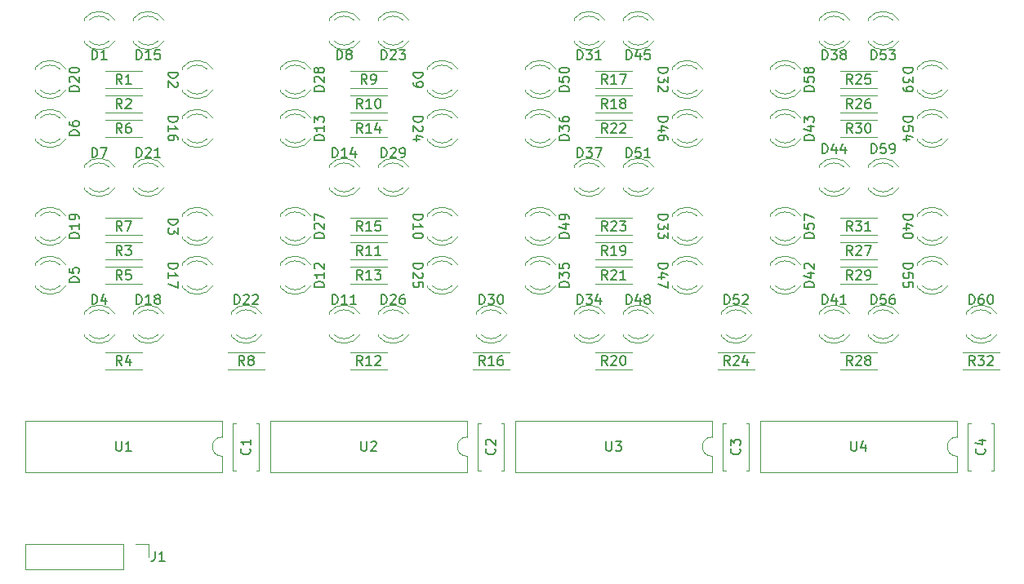
<source format=gbr>
%TF.GenerationSoftware,KiCad,Pcbnew,5.1.6+dfsg1-1*%
%TF.CreationDate,2020-12-16T14:41:41-07:00*%
%TF.ProjectId,7segment,37736567-6d65-46e7-942e-6b696361645f,rev?*%
%TF.SameCoordinates,Original*%
%TF.FileFunction,Legend,Top*%
%TF.FilePolarity,Positive*%
%FSLAX46Y46*%
G04 Gerber Fmt 4.6, Leading zero omitted, Abs format (unit mm)*
G04 Created by KiCad (PCBNEW 5.1.6+dfsg1-1) date 2020-12-16 14:41:41*
%MOMM*%
%LPD*%
G01*
G04 APERTURE LIST*
%ADD10C,0.120000*%
%ADD11C,0.150000*%
G04 APERTURE END LIST*
D10*
%TO.C,U1*%
X99120000Y-108060000D02*
X99120000Y-106410000D01*
X78680000Y-108060000D02*
X99120000Y-108060000D01*
X78680000Y-102760000D02*
X78680000Y-108060000D01*
X99120000Y-102760000D02*
X78680000Y-102760000D01*
X99120000Y-104410000D02*
X99120000Y-102760000D01*
X99120000Y-106410000D02*
G75*
G02*
X99120000Y-104410000I0J1000000D01*
G01*
%TO.C,U4*%
X175320000Y-108060000D02*
X175320000Y-106410000D01*
X154880000Y-108060000D02*
X175320000Y-108060000D01*
X154880000Y-102760000D02*
X154880000Y-108060000D01*
X175320000Y-102760000D02*
X154880000Y-102760000D01*
X175320000Y-104410000D02*
X175320000Y-102760000D01*
X175320000Y-106410000D02*
G75*
G02*
X175320000Y-104410000I0J1000000D01*
G01*
%TO.C,U3*%
X149920000Y-108060000D02*
X149920000Y-106410000D01*
X129480000Y-108060000D02*
X149920000Y-108060000D01*
X129480000Y-102760000D02*
X129480000Y-108060000D01*
X149920000Y-102760000D02*
X129480000Y-102760000D01*
X149920000Y-104410000D02*
X149920000Y-102760000D01*
X149920000Y-106410000D02*
G75*
G02*
X149920000Y-104410000I0J1000000D01*
G01*
%TO.C,J1*%
X91500000Y-115510000D02*
X91500000Y-116840000D01*
X90170000Y-115510000D02*
X91500000Y-115510000D01*
X88900000Y-115510000D02*
X88900000Y-118170000D01*
X88900000Y-118170000D02*
X78680000Y-118170000D01*
X88900000Y-115510000D02*
X78680000Y-115510000D01*
X78680000Y-115510000D02*
X78680000Y-118170000D01*
%TO.C,U2*%
X124520000Y-108060000D02*
X124520000Y-106410000D01*
X104080000Y-108060000D02*
X124520000Y-108060000D01*
X104080000Y-102760000D02*
X104080000Y-108060000D01*
X124520000Y-102760000D02*
X104080000Y-102760000D01*
X124520000Y-104410000D02*
X124520000Y-102760000D01*
X124520000Y-106410000D02*
G75*
G02*
X124520000Y-104410000I0J1000000D01*
G01*
%TO.C,C4*%
X176430000Y-107920000D02*
X176430000Y-102980000D01*
X179170000Y-107920000D02*
X179170000Y-102980000D01*
X176430000Y-107920000D02*
X176745000Y-107920000D01*
X178855000Y-107920000D02*
X179170000Y-107920000D01*
X176430000Y-102980000D02*
X176745000Y-102980000D01*
X178855000Y-102980000D02*
X179170000Y-102980000D01*
%TO.C,C3*%
X151030000Y-107920000D02*
X151030000Y-102980000D01*
X153770000Y-107920000D02*
X153770000Y-102980000D01*
X151030000Y-107920000D02*
X151345000Y-107920000D01*
X153455000Y-107920000D02*
X153770000Y-107920000D01*
X151030000Y-102980000D02*
X151345000Y-102980000D01*
X153455000Y-102980000D02*
X153770000Y-102980000D01*
%TO.C,C1*%
X100230000Y-107920000D02*
X100230000Y-102980000D01*
X102970000Y-107920000D02*
X102970000Y-102980000D01*
X100230000Y-107920000D02*
X100545000Y-107920000D01*
X102655000Y-107920000D02*
X102970000Y-107920000D01*
X100230000Y-102980000D02*
X100545000Y-102980000D01*
X102655000Y-102980000D02*
X102970000Y-102980000D01*
%TO.C,C2*%
X125630000Y-107920000D02*
X125630000Y-102980000D01*
X128370000Y-107920000D02*
X128370000Y-102980000D01*
X125630000Y-107920000D02*
X125945000Y-107920000D01*
X128055000Y-107920000D02*
X128370000Y-107920000D01*
X125630000Y-102980000D02*
X125945000Y-102980000D01*
X128055000Y-102980000D02*
X128370000Y-102980000D01*
%TO.C,R32*%
X175880000Y-97440000D02*
X179720000Y-97440000D01*
X175880000Y-95600000D02*
X179720000Y-95600000D01*
%TO.C,R31*%
X163180000Y-83470000D02*
X167020000Y-83470000D01*
X163180000Y-81630000D02*
X167020000Y-81630000D01*
%TO.C,R30*%
X163180000Y-73310000D02*
X167020000Y-73310000D01*
X163180000Y-71470000D02*
X167020000Y-71470000D01*
%TO.C,R29*%
X163180000Y-88550000D02*
X167020000Y-88550000D01*
X163180000Y-86710000D02*
X167020000Y-86710000D01*
%TO.C,R28*%
X163180000Y-97440000D02*
X167020000Y-97440000D01*
X163180000Y-95600000D02*
X167020000Y-95600000D01*
%TO.C,R27*%
X163180000Y-86010000D02*
X167020000Y-86010000D01*
X163180000Y-84170000D02*
X167020000Y-84170000D01*
%TO.C,R26*%
X163180000Y-70770000D02*
X167020000Y-70770000D01*
X163180000Y-68930000D02*
X167020000Y-68930000D01*
%TO.C,R25*%
X163180000Y-68230000D02*
X167020000Y-68230000D01*
X163180000Y-66390000D02*
X167020000Y-66390000D01*
%TO.C,R24*%
X150480000Y-97440000D02*
X154320000Y-97440000D01*
X150480000Y-95600000D02*
X154320000Y-95600000D01*
%TO.C,R23*%
X137780000Y-83470000D02*
X141620000Y-83470000D01*
X137780000Y-81630000D02*
X141620000Y-81630000D01*
%TO.C,R22*%
X137780000Y-73310000D02*
X141620000Y-73310000D01*
X137780000Y-71470000D02*
X141620000Y-71470000D01*
%TO.C,R21*%
X137780000Y-88550000D02*
X141620000Y-88550000D01*
X137780000Y-86710000D02*
X141620000Y-86710000D01*
%TO.C,R20*%
X137780000Y-97440000D02*
X141620000Y-97440000D01*
X137780000Y-95600000D02*
X141620000Y-95600000D01*
%TO.C,R19*%
X137780000Y-86010000D02*
X141620000Y-86010000D01*
X137780000Y-84170000D02*
X141620000Y-84170000D01*
%TO.C,R18*%
X137780000Y-70770000D02*
X141620000Y-70770000D01*
X137780000Y-68930000D02*
X141620000Y-68930000D01*
%TO.C,R17*%
X137780000Y-68230000D02*
X141620000Y-68230000D01*
X137780000Y-66390000D02*
X141620000Y-66390000D01*
%TO.C,R16*%
X125080000Y-97440000D02*
X128920000Y-97440000D01*
X125080000Y-95600000D02*
X128920000Y-95600000D01*
%TO.C,R15*%
X112380000Y-83470000D02*
X116220000Y-83470000D01*
X112380000Y-81630000D02*
X116220000Y-81630000D01*
%TO.C,R14*%
X112380000Y-73310000D02*
X116220000Y-73310000D01*
X112380000Y-71470000D02*
X116220000Y-71470000D01*
%TO.C,R13*%
X112380000Y-88550000D02*
X116220000Y-88550000D01*
X112380000Y-86710000D02*
X116220000Y-86710000D01*
%TO.C,R12*%
X112380000Y-97440000D02*
X116220000Y-97440000D01*
X112380000Y-95600000D02*
X116220000Y-95600000D01*
%TO.C,R11*%
X112380000Y-86010000D02*
X116220000Y-86010000D01*
X112380000Y-84170000D02*
X116220000Y-84170000D01*
%TO.C,R10*%
X112380000Y-70770000D02*
X116220000Y-70770000D01*
X112380000Y-68930000D02*
X116220000Y-68930000D01*
%TO.C,R9*%
X112380000Y-68230000D02*
X116220000Y-68230000D01*
X112380000Y-66390000D02*
X116220000Y-66390000D01*
%TO.C,R8*%
X99680000Y-97440000D02*
X103520000Y-97440000D01*
X99680000Y-95600000D02*
X103520000Y-95600000D01*
%TO.C,R7*%
X86980000Y-83470000D02*
X90820000Y-83470000D01*
X86980000Y-81630000D02*
X90820000Y-81630000D01*
%TO.C,R6*%
X86980000Y-73310000D02*
X90820000Y-73310000D01*
X86980000Y-71470000D02*
X90820000Y-71470000D01*
%TO.C,R5*%
X86980000Y-88550000D02*
X90820000Y-88550000D01*
X86980000Y-86710000D02*
X90820000Y-86710000D01*
%TO.C,R4*%
X86980000Y-97440000D02*
X90820000Y-97440000D01*
X86980000Y-95600000D02*
X90820000Y-95600000D01*
%TO.C,R3*%
X86980000Y-86010000D02*
X90820000Y-86010000D01*
X86980000Y-84170000D02*
X90820000Y-84170000D01*
%TO.C,R2*%
X86980000Y-70770000D02*
X90820000Y-70770000D01*
X86980000Y-68930000D02*
X90820000Y-68930000D01*
%TO.C,R1*%
X86980000Y-68230000D02*
X90820000Y-68230000D01*
X86980000Y-66390000D02*
X90820000Y-66390000D01*
%TO.C,D60*%
X176240000Y-93790000D02*
X176240000Y-93946000D01*
X176240000Y-91474000D02*
X176240000Y-91630000D01*
X178841130Y-93789837D02*
G75*
G02*
X176759039Y-93790000I-1041130J1079837D01*
G01*
X178841130Y-91630163D02*
G75*
G03*
X176759039Y-91630000I-1041130J-1079837D01*
G01*
X179472335Y-93788608D02*
G75*
G02*
X176240000Y-93945516I-1672335J1078608D01*
G01*
X179472335Y-91631392D02*
G75*
G03*
X176240000Y-91474484I-1672335J-1078608D01*
G01*
%TO.C,D59*%
X166080000Y-78550000D02*
X166080000Y-78706000D01*
X166080000Y-76234000D02*
X166080000Y-76390000D01*
X168681130Y-78549837D02*
G75*
G02*
X166599039Y-78550000I-1041130J1079837D01*
G01*
X168681130Y-76390163D02*
G75*
G03*
X166599039Y-76390000I-1041130J-1079837D01*
G01*
X169312335Y-78548608D02*
G75*
G02*
X166080000Y-78705516I-1672335J1078608D01*
G01*
X169312335Y-76391392D02*
G75*
G03*
X166080000Y-76234484I-1672335J-1078608D01*
G01*
%TO.C,D58*%
X155920000Y-68390000D02*
X155920000Y-68546000D01*
X155920000Y-66074000D02*
X155920000Y-66230000D01*
X158521130Y-68389837D02*
G75*
G02*
X156439039Y-68390000I-1041130J1079837D01*
G01*
X158521130Y-66230163D02*
G75*
G03*
X156439039Y-66230000I-1041130J-1079837D01*
G01*
X159152335Y-68388608D02*
G75*
G02*
X155920000Y-68545516I-1672335J1078608D01*
G01*
X159152335Y-66231392D02*
G75*
G03*
X155920000Y-66074484I-1672335J-1078608D01*
G01*
%TO.C,D57*%
X155920000Y-83630000D02*
X155920000Y-83786000D01*
X155920000Y-81314000D02*
X155920000Y-81470000D01*
X158521130Y-83629837D02*
G75*
G02*
X156439039Y-83630000I-1041130J1079837D01*
G01*
X158521130Y-81470163D02*
G75*
G03*
X156439039Y-81470000I-1041130J-1079837D01*
G01*
X159152335Y-83628608D02*
G75*
G02*
X155920000Y-83785516I-1672335J1078608D01*
G01*
X159152335Y-81471392D02*
G75*
G03*
X155920000Y-81314484I-1672335J-1078608D01*
G01*
%TO.C,D56*%
X166080000Y-93790000D02*
X166080000Y-93946000D01*
X166080000Y-91474000D02*
X166080000Y-91630000D01*
X168681130Y-93789837D02*
G75*
G02*
X166599039Y-93790000I-1041130J1079837D01*
G01*
X168681130Y-91630163D02*
G75*
G03*
X166599039Y-91630000I-1041130J-1079837D01*
G01*
X169312335Y-93788608D02*
G75*
G02*
X166080000Y-93945516I-1672335J1078608D01*
G01*
X169312335Y-91631392D02*
G75*
G03*
X166080000Y-91474484I-1672335J-1078608D01*
G01*
%TO.C,D55*%
X171160000Y-88710000D02*
X171160000Y-88866000D01*
X171160000Y-86394000D02*
X171160000Y-86550000D01*
X173761130Y-88709837D02*
G75*
G02*
X171679039Y-88710000I-1041130J1079837D01*
G01*
X173761130Y-86550163D02*
G75*
G03*
X171679039Y-86550000I-1041130J-1079837D01*
G01*
X174392335Y-88708608D02*
G75*
G02*
X171160000Y-88865516I-1672335J1078608D01*
G01*
X174392335Y-86551392D02*
G75*
G03*
X171160000Y-86394484I-1672335J-1078608D01*
G01*
%TO.C,D54*%
X171160000Y-73470000D02*
X171160000Y-73626000D01*
X171160000Y-71154000D02*
X171160000Y-71310000D01*
X173761130Y-73469837D02*
G75*
G02*
X171679039Y-73470000I-1041130J1079837D01*
G01*
X173761130Y-71310163D02*
G75*
G03*
X171679039Y-71310000I-1041130J-1079837D01*
G01*
X174392335Y-73468608D02*
G75*
G02*
X171160000Y-73625516I-1672335J1078608D01*
G01*
X174392335Y-71311392D02*
G75*
G03*
X171160000Y-71154484I-1672335J-1078608D01*
G01*
%TO.C,D53*%
X166080000Y-63310000D02*
X166080000Y-63466000D01*
X166080000Y-60994000D02*
X166080000Y-61150000D01*
X168681130Y-63309837D02*
G75*
G02*
X166599039Y-63310000I-1041130J1079837D01*
G01*
X168681130Y-61150163D02*
G75*
G03*
X166599039Y-61150000I-1041130J-1079837D01*
G01*
X169312335Y-63308608D02*
G75*
G02*
X166080000Y-63465516I-1672335J1078608D01*
G01*
X169312335Y-61151392D02*
G75*
G03*
X166080000Y-60994484I-1672335J-1078608D01*
G01*
%TO.C,D52*%
X150840000Y-93790000D02*
X150840000Y-93946000D01*
X150840000Y-91474000D02*
X150840000Y-91630000D01*
X153441130Y-93789837D02*
G75*
G02*
X151359039Y-93790000I-1041130J1079837D01*
G01*
X153441130Y-91630163D02*
G75*
G03*
X151359039Y-91630000I-1041130J-1079837D01*
G01*
X154072335Y-93788608D02*
G75*
G02*
X150840000Y-93945516I-1672335J1078608D01*
G01*
X154072335Y-91631392D02*
G75*
G03*
X150840000Y-91474484I-1672335J-1078608D01*
G01*
%TO.C,D51*%
X140680000Y-78550000D02*
X140680000Y-78706000D01*
X140680000Y-76234000D02*
X140680000Y-76390000D01*
X143281130Y-78549837D02*
G75*
G02*
X141199039Y-78550000I-1041130J1079837D01*
G01*
X143281130Y-76390163D02*
G75*
G03*
X141199039Y-76390000I-1041130J-1079837D01*
G01*
X143912335Y-78548608D02*
G75*
G02*
X140680000Y-78705516I-1672335J1078608D01*
G01*
X143912335Y-76391392D02*
G75*
G03*
X140680000Y-76234484I-1672335J-1078608D01*
G01*
%TO.C,D50*%
X130520000Y-68390000D02*
X130520000Y-68546000D01*
X130520000Y-66074000D02*
X130520000Y-66230000D01*
X133121130Y-68389837D02*
G75*
G02*
X131039039Y-68390000I-1041130J1079837D01*
G01*
X133121130Y-66230163D02*
G75*
G03*
X131039039Y-66230000I-1041130J-1079837D01*
G01*
X133752335Y-68388608D02*
G75*
G02*
X130520000Y-68545516I-1672335J1078608D01*
G01*
X133752335Y-66231392D02*
G75*
G03*
X130520000Y-66074484I-1672335J-1078608D01*
G01*
%TO.C,D49*%
X130520000Y-83630000D02*
X130520000Y-83786000D01*
X130520000Y-81314000D02*
X130520000Y-81470000D01*
X133121130Y-83629837D02*
G75*
G02*
X131039039Y-83630000I-1041130J1079837D01*
G01*
X133121130Y-81470163D02*
G75*
G03*
X131039039Y-81470000I-1041130J-1079837D01*
G01*
X133752335Y-83628608D02*
G75*
G02*
X130520000Y-83785516I-1672335J1078608D01*
G01*
X133752335Y-81471392D02*
G75*
G03*
X130520000Y-81314484I-1672335J-1078608D01*
G01*
%TO.C,D48*%
X140680000Y-93790000D02*
X140680000Y-93946000D01*
X140680000Y-91474000D02*
X140680000Y-91630000D01*
X143281130Y-93789837D02*
G75*
G02*
X141199039Y-93790000I-1041130J1079837D01*
G01*
X143281130Y-91630163D02*
G75*
G03*
X141199039Y-91630000I-1041130J-1079837D01*
G01*
X143912335Y-93788608D02*
G75*
G02*
X140680000Y-93945516I-1672335J1078608D01*
G01*
X143912335Y-91631392D02*
G75*
G03*
X140680000Y-91474484I-1672335J-1078608D01*
G01*
%TO.C,D47*%
X145760000Y-88710000D02*
X145760000Y-88866000D01*
X145760000Y-86394000D02*
X145760000Y-86550000D01*
X148361130Y-88709837D02*
G75*
G02*
X146279039Y-88710000I-1041130J1079837D01*
G01*
X148361130Y-86550163D02*
G75*
G03*
X146279039Y-86550000I-1041130J-1079837D01*
G01*
X148992335Y-88708608D02*
G75*
G02*
X145760000Y-88865516I-1672335J1078608D01*
G01*
X148992335Y-86551392D02*
G75*
G03*
X145760000Y-86394484I-1672335J-1078608D01*
G01*
%TO.C,D46*%
X145760000Y-73470000D02*
X145760000Y-73626000D01*
X145760000Y-71154000D02*
X145760000Y-71310000D01*
X148361130Y-73469837D02*
G75*
G02*
X146279039Y-73470000I-1041130J1079837D01*
G01*
X148361130Y-71310163D02*
G75*
G03*
X146279039Y-71310000I-1041130J-1079837D01*
G01*
X148992335Y-73468608D02*
G75*
G02*
X145760000Y-73625516I-1672335J1078608D01*
G01*
X148992335Y-71311392D02*
G75*
G03*
X145760000Y-71154484I-1672335J-1078608D01*
G01*
%TO.C,D45*%
X140680000Y-63310000D02*
X140680000Y-63466000D01*
X140680000Y-60994000D02*
X140680000Y-61150000D01*
X143281130Y-63309837D02*
G75*
G02*
X141199039Y-63310000I-1041130J1079837D01*
G01*
X143281130Y-61150163D02*
G75*
G03*
X141199039Y-61150000I-1041130J-1079837D01*
G01*
X143912335Y-63308608D02*
G75*
G02*
X140680000Y-63465516I-1672335J1078608D01*
G01*
X143912335Y-61151392D02*
G75*
G03*
X140680000Y-60994484I-1672335J-1078608D01*
G01*
%TO.C,D44*%
X161000000Y-78550000D02*
X161000000Y-78706000D01*
X161000000Y-76234000D02*
X161000000Y-76390000D01*
X163601130Y-78549837D02*
G75*
G02*
X161519039Y-78550000I-1041130J1079837D01*
G01*
X163601130Y-76390163D02*
G75*
G03*
X161519039Y-76390000I-1041130J-1079837D01*
G01*
X164232335Y-78548608D02*
G75*
G02*
X161000000Y-78705516I-1672335J1078608D01*
G01*
X164232335Y-76391392D02*
G75*
G03*
X161000000Y-76234484I-1672335J-1078608D01*
G01*
%TO.C,D43*%
X155920000Y-73470000D02*
X155920000Y-73626000D01*
X155920000Y-71154000D02*
X155920000Y-71310000D01*
X158521130Y-73469837D02*
G75*
G02*
X156439039Y-73470000I-1041130J1079837D01*
G01*
X158521130Y-71310163D02*
G75*
G03*
X156439039Y-71310000I-1041130J-1079837D01*
G01*
X159152335Y-73468608D02*
G75*
G02*
X155920000Y-73625516I-1672335J1078608D01*
G01*
X159152335Y-71311392D02*
G75*
G03*
X155920000Y-71154484I-1672335J-1078608D01*
G01*
%TO.C,D42*%
X155920000Y-88710000D02*
X155920000Y-88866000D01*
X155920000Y-86394000D02*
X155920000Y-86550000D01*
X158521130Y-88709837D02*
G75*
G02*
X156439039Y-88710000I-1041130J1079837D01*
G01*
X158521130Y-86550163D02*
G75*
G03*
X156439039Y-86550000I-1041130J-1079837D01*
G01*
X159152335Y-88708608D02*
G75*
G02*
X155920000Y-88865516I-1672335J1078608D01*
G01*
X159152335Y-86551392D02*
G75*
G03*
X155920000Y-86394484I-1672335J-1078608D01*
G01*
%TO.C,D41*%
X161000000Y-93790000D02*
X161000000Y-93946000D01*
X161000000Y-91474000D02*
X161000000Y-91630000D01*
X163601130Y-93789837D02*
G75*
G02*
X161519039Y-93790000I-1041130J1079837D01*
G01*
X163601130Y-91630163D02*
G75*
G03*
X161519039Y-91630000I-1041130J-1079837D01*
G01*
X164232335Y-93788608D02*
G75*
G02*
X161000000Y-93945516I-1672335J1078608D01*
G01*
X164232335Y-91631392D02*
G75*
G03*
X161000000Y-91474484I-1672335J-1078608D01*
G01*
%TO.C,D40*%
X171160000Y-83630000D02*
X171160000Y-83786000D01*
X171160000Y-81314000D02*
X171160000Y-81470000D01*
X173761130Y-83629837D02*
G75*
G02*
X171679039Y-83630000I-1041130J1079837D01*
G01*
X173761130Y-81470163D02*
G75*
G03*
X171679039Y-81470000I-1041130J-1079837D01*
G01*
X174392335Y-83628608D02*
G75*
G02*
X171160000Y-83785516I-1672335J1078608D01*
G01*
X174392335Y-81471392D02*
G75*
G03*
X171160000Y-81314484I-1672335J-1078608D01*
G01*
%TO.C,D39*%
X171160000Y-68390000D02*
X171160000Y-68546000D01*
X171160000Y-66074000D02*
X171160000Y-66230000D01*
X173761130Y-68389837D02*
G75*
G02*
X171679039Y-68390000I-1041130J1079837D01*
G01*
X173761130Y-66230163D02*
G75*
G03*
X171679039Y-66230000I-1041130J-1079837D01*
G01*
X174392335Y-68388608D02*
G75*
G02*
X171160000Y-68545516I-1672335J1078608D01*
G01*
X174392335Y-66231392D02*
G75*
G03*
X171160000Y-66074484I-1672335J-1078608D01*
G01*
%TO.C,D38*%
X161000000Y-63310000D02*
X161000000Y-63466000D01*
X161000000Y-60994000D02*
X161000000Y-61150000D01*
X163601130Y-63309837D02*
G75*
G02*
X161519039Y-63310000I-1041130J1079837D01*
G01*
X163601130Y-61150163D02*
G75*
G03*
X161519039Y-61150000I-1041130J-1079837D01*
G01*
X164232335Y-63308608D02*
G75*
G02*
X161000000Y-63465516I-1672335J1078608D01*
G01*
X164232335Y-61151392D02*
G75*
G03*
X161000000Y-60994484I-1672335J-1078608D01*
G01*
%TO.C,D37*%
X135600000Y-78550000D02*
X135600000Y-78706000D01*
X135600000Y-76234000D02*
X135600000Y-76390000D01*
X138201130Y-78549837D02*
G75*
G02*
X136119039Y-78550000I-1041130J1079837D01*
G01*
X138201130Y-76390163D02*
G75*
G03*
X136119039Y-76390000I-1041130J-1079837D01*
G01*
X138832335Y-78548608D02*
G75*
G02*
X135600000Y-78705516I-1672335J1078608D01*
G01*
X138832335Y-76391392D02*
G75*
G03*
X135600000Y-76234484I-1672335J-1078608D01*
G01*
%TO.C,D36*%
X130520000Y-73470000D02*
X130520000Y-73626000D01*
X130520000Y-71154000D02*
X130520000Y-71310000D01*
X133121130Y-73469837D02*
G75*
G02*
X131039039Y-73470000I-1041130J1079837D01*
G01*
X133121130Y-71310163D02*
G75*
G03*
X131039039Y-71310000I-1041130J-1079837D01*
G01*
X133752335Y-73468608D02*
G75*
G02*
X130520000Y-73625516I-1672335J1078608D01*
G01*
X133752335Y-71311392D02*
G75*
G03*
X130520000Y-71154484I-1672335J-1078608D01*
G01*
%TO.C,D35*%
X130520000Y-88710000D02*
X130520000Y-88866000D01*
X130520000Y-86394000D02*
X130520000Y-86550000D01*
X133121130Y-88709837D02*
G75*
G02*
X131039039Y-88710000I-1041130J1079837D01*
G01*
X133121130Y-86550163D02*
G75*
G03*
X131039039Y-86550000I-1041130J-1079837D01*
G01*
X133752335Y-88708608D02*
G75*
G02*
X130520000Y-88865516I-1672335J1078608D01*
G01*
X133752335Y-86551392D02*
G75*
G03*
X130520000Y-86394484I-1672335J-1078608D01*
G01*
%TO.C,D34*%
X135600000Y-93790000D02*
X135600000Y-93946000D01*
X135600000Y-91474000D02*
X135600000Y-91630000D01*
X138201130Y-93789837D02*
G75*
G02*
X136119039Y-93790000I-1041130J1079837D01*
G01*
X138201130Y-91630163D02*
G75*
G03*
X136119039Y-91630000I-1041130J-1079837D01*
G01*
X138832335Y-93788608D02*
G75*
G02*
X135600000Y-93945516I-1672335J1078608D01*
G01*
X138832335Y-91631392D02*
G75*
G03*
X135600000Y-91474484I-1672335J-1078608D01*
G01*
%TO.C,D33*%
X145760000Y-83630000D02*
X145760000Y-83786000D01*
X145760000Y-81314000D02*
X145760000Y-81470000D01*
X148361130Y-83629837D02*
G75*
G02*
X146279039Y-83630000I-1041130J1079837D01*
G01*
X148361130Y-81470163D02*
G75*
G03*
X146279039Y-81470000I-1041130J-1079837D01*
G01*
X148992335Y-83628608D02*
G75*
G02*
X145760000Y-83785516I-1672335J1078608D01*
G01*
X148992335Y-81471392D02*
G75*
G03*
X145760000Y-81314484I-1672335J-1078608D01*
G01*
%TO.C,D32*%
X145760000Y-68390000D02*
X145760000Y-68546000D01*
X145760000Y-66074000D02*
X145760000Y-66230000D01*
X148361130Y-68389837D02*
G75*
G02*
X146279039Y-68390000I-1041130J1079837D01*
G01*
X148361130Y-66230163D02*
G75*
G03*
X146279039Y-66230000I-1041130J-1079837D01*
G01*
X148992335Y-68388608D02*
G75*
G02*
X145760000Y-68545516I-1672335J1078608D01*
G01*
X148992335Y-66231392D02*
G75*
G03*
X145760000Y-66074484I-1672335J-1078608D01*
G01*
%TO.C,D31*%
X135600000Y-63310000D02*
X135600000Y-63466000D01*
X135600000Y-60994000D02*
X135600000Y-61150000D01*
X138201130Y-63309837D02*
G75*
G02*
X136119039Y-63310000I-1041130J1079837D01*
G01*
X138201130Y-61150163D02*
G75*
G03*
X136119039Y-61150000I-1041130J-1079837D01*
G01*
X138832335Y-63308608D02*
G75*
G02*
X135600000Y-63465516I-1672335J1078608D01*
G01*
X138832335Y-61151392D02*
G75*
G03*
X135600000Y-60994484I-1672335J-1078608D01*
G01*
%TO.C,D30*%
X125440000Y-93790000D02*
X125440000Y-93946000D01*
X125440000Y-91474000D02*
X125440000Y-91630000D01*
X128041130Y-93789837D02*
G75*
G02*
X125959039Y-93790000I-1041130J1079837D01*
G01*
X128041130Y-91630163D02*
G75*
G03*
X125959039Y-91630000I-1041130J-1079837D01*
G01*
X128672335Y-93788608D02*
G75*
G02*
X125440000Y-93945516I-1672335J1078608D01*
G01*
X128672335Y-91631392D02*
G75*
G03*
X125440000Y-91474484I-1672335J-1078608D01*
G01*
%TO.C,D29*%
X115280000Y-78550000D02*
X115280000Y-78706000D01*
X115280000Y-76234000D02*
X115280000Y-76390000D01*
X117881130Y-78549837D02*
G75*
G02*
X115799039Y-78550000I-1041130J1079837D01*
G01*
X117881130Y-76390163D02*
G75*
G03*
X115799039Y-76390000I-1041130J-1079837D01*
G01*
X118512335Y-78548608D02*
G75*
G02*
X115280000Y-78705516I-1672335J1078608D01*
G01*
X118512335Y-76391392D02*
G75*
G03*
X115280000Y-76234484I-1672335J-1078608D01*
G01*
%TO.C,D28*%
X105120000Y-68390000D02*
X105120000Y-68546000D01*
X105120000Y-66074000D02*
X105120000Y-66230000D01*
X107721130Y-68389837D02*
G75*
G02*
X105639039Y-68390000I-1041130J1079837D01*
G01*
X107721130Y-66230163D02*
G75*
G03*
X105639039Y-66230000I-1041130J-1079837D01*
G01*
X108352335Y-68388608D02*
G75*
G02*
X105120000Y-68545516I-1672335J1078608D01*
G01*
X108352335Y-66231392D02*
G75*
G03*
X105120000Y-66074484I-1672335J-1078608D01*
G01*
%TO.C,D27*%
X105120000Y-83630000D02*
X105120000Y-83786000D01*
X105120000Y-81314000D02*
X105120000Y-81470000D01*
X107721130Y-83629837D02*
G75*
G02*
X105639039Y-83630000I-1041130J1079837D01*
G01*
X107721130Y-81470163D02*
G75*
G03*
X105639039Y-81470000I-1041130J-1079837D01*
G01*
X108352335Y-83628608D02*
G75*
G02*
X105120000Y-83785516I-1672335J1078608D01*
G01*
X108352335Y-81471392D02*
G75*
G03*
X105120000Y-81314484I-1672335J-1078608D01*
G01*
%TO.C,D26*%
X115280000Y-93790000D02*
X115280000Y-93946000D01*
X115280000Y-91474000D02*
X115280000Y-91630000D01*
X117881130Y-93789837D02*
G75*
G02*
X115799039Y-93790000I-1041130J1079837D01*
G01*
X117881130Y-91630163D02*
G75*
G03*
X115799039Y-91630000I-1041130J-1079837D01*
G01*
X118512335Y-93788608D02*
G75*
G02*
X115280000Y-93945516I-1672335J1078608D01*
G01*
X118512335Y-91631392D02*
G75*
G03*
X115280000Y-91474484I-1672335J-1078608D01*
G01*
%TO.C,D25*%
X120360000Y-88710000D02*
X120360000Y-88866000D01*
X120360000Y-86394000D02*
X120360000Y-86550000D01*
X122961130Y-88709837D02*
G75*
G02*
X120879039Y-88710000I-1041130J1079837D01*
G01*
X122961130Y-86550163D02*
G75*
G03*
X120879039Y-86550000I-1041130J-1079837D01*
G01*
X123592335Y-88708608D02*
G75*
G02*
X120360000Y-88865516I-1672335J1078608D01*
G01*
X123592335Y-86551392D02*
G75*
G03*
X120360000Y-86394484I-1672335J-1078608D01*
G01*
%TO.C,D24*%
X120360000Y-73470000D02*
X120360000Y-73626000D01*
X120360000Y-71154000D02*
X120360000Y-71310000D01*
X122961130Y-73469837D02*
G75*
G02*
X120879039Y-73470000I-1041130J1079837D01*
G01*
X122961130Y-71310163D02*
G75*
G03*
X120879039Y-71310000I-1041130J-1079837D01*
G01*
X123592335Y-73468608D02*
G75*
G02*
X120360000Y-73625516I-1672335J1078608D01*
G01*
X123592335Y-71311392D02*
G75*
G03*
X120360000Y-71154484I-1672335J-1078608D01*
G01*
%TO.C,D23*%
X115280000Y-63310000D02*
X115280000Y-63466000D01*
X115280000Y-60994000D02*
X115280000Y-61150000D01*
X117881130Y-63309837D02*
G75*
G02*
X115799039Y-63310000I-1041130J1079837D01*
G01*
X117881130Y-61150163D02*
G75*
G03*
X115799039Y-61150000I-1041130J-1079837D01*
G01*
X118512335Y-63308608D02*
G75*
G02*
X115280000Y-63465516I-1672335J1078608D01*
G01*
X118512335Y-61151392D02*
G75*
G03*
X115280000Y-60994484I-1672335J-1078608D01*
G01*
%TO.C,D22*%
X100040000Y-93790000D02*
X100040000Y-93946000D01*
X100040000Y-91474000D02*
X100040000Y-91630000D01*
X102641130Y-93789837D02*
G75*
G02*
X100559039Y-93790000I-1041130J1079837D01*
G01*
X102641130Y-91630163D02*
G75*
G03*
X100559039Y-91630000I-1041130J-1079837D01*
G01*
X103272335Y-93788608D02*
G75*
G02*
X100040000Y-93945516I-1672335J1078608D01*
G01*
X103272335Y-91631392D02*
G75*
G03*
X100040000Y-91474484I-1672335J-1078608D01*
G01*
%TO.C,D21*%
X89880000Y-78550000D02*
X89880000Y-78706000D01*
X89880000Y-76234000D02*
X89880000Y-76390000D01*
X92481130Y-78549837D02*
G75*
G02*
X90399039Y-78550000I-1041130J1079837D01*
G01*
X92481130Y-76390163D02*
G75*
G03*
X90399039Y-76390000I-1041130J-1079837D01*
G01*
X93112335Y-78548608D02*
G75*
G02*
X89880000Y-78705516I-1672335J1078608D01*
G01*
X93112335Y-76391392D02*
G75*
G03*
X89880000Y-76234484I-1672335J-1078608D01*
G01*
%TO.C,D20*%
X79720000Y-68390000D02*
X79720000Y-68546000D01*
X79720000Y-66074000D02*
X79720000Y-66230000D01*
X82321130Y-68389837D02*
G75*
G02*
X80239039Y-68390000I-1041130J1079837D01*
G01*
X82321130Y-66230163D02*
G75*
G03*
X80239039Y-66230000I-1041130J-1079837D01*
G01*
X82952335Y-68388608D02*
G75*
G02*
X79720000Y-68545516I-1672335J1078608D01*
G01*
X82952335Y-66231392D02*
G75*
G03*
X79720000Y-66074484I-1672335J-1078608D01*
G01*
%TO.C,D19*%
X79720000Y-83630000D02*
X79720000Y-83786000D01*
X79720000Y-81314000D02*
X79720000Y-81470000D01*
X82321130Y-83629837D02*
G75*
G02*
X80239039Y-83630000I-1041130J1079837D01*
G01*
X82321130Y-81470163D02*
G75*
G03*
X80239039Y-81470000I-1041130J-1079837D01*
G01*
X82952335Y-83628608D02*
G75*
G02*
X79720000Y-83785516I-1672335J1078608D01*
G01*
X82952335Y-81471392D02*
G75*
G03*
X79720000Y-81314484I-1672335J-1078608D01*
G01*
%TO.C,D18*%
X89880000Y-93790000D02*
X89880000Y-93946000D01*
X89880000Y-91474000D02*
X89880000Y-91630000D01*
X92481130Y-93789837D02*
G75*
G02*
X90399039Y-93790000I-1041130J1079837D01*
G01*
X92481130Y-91630163D02*
G75*
G03*
X90399039Y-91630000I-1041130J-1079837D01*
G01*
X93112335Y-93788608D02*
G75*
G02*
X89880000Y-93945516I-1672335J1078608D01*
G01*
X93112335Y-91631392D02*
G75*
G03*
X89880000Y-91474484I-1672335J-1078608D01*
G01*
%TO.C,D17*%
X94960000Y-88710000D02*
X94960000Y-88866000D01*
X94960000Y-86394000D02*
X94960000Y-86550000D01*
X97561130Y-88709837D02*
G75*
G02*
X95479039Y-88710000I-1041130J1079837D01*
G01*
X97561130Y-86550163D02*
G75*
G03*
X95479039Y-86550000I-1041130J-1079837D01*
G01*
X98192335Y-88708608D02*
G75*
G02*
X94960000Y-88865516I-1672335J1078608D01*
G01*
X98192335Y-86551392D02*
G75*
G03*
X94960000Y-86394484I-1672335J-1078608D01*
G01*
%TO.C,D16*%
X94960000Y-73470000D02*
X94960000Y-73626000D01*
X94960000Y-71154000D02*
X94960000Y-71310000D01*
X97561130Y-73469837D02*
G75*
G02*
X95479039Y-73470000I-1041130J1079837D01*
G01*
X97561130Y-71310163D02*
G75*
G03*
X95479039Y-71310000I-1041130J-1079837D01*
G01*
X98192335Y-73468608D02*
G75*
G02*
X94960000Y-73625516I-1672335J1078608D01*
G01*
X98192335Y-71311392D02*
G75*
G03*
X94960000Y-71154484I-1672335J-1078608D01*
G01*
%TO.C,D15*%
X89880000Y-63310000D02*
X89880000Y-63466000D01*
X89880000Y-60994000D02*
X89880000Y-61150000D01*
X92481130Y-63309837D02*
G75*
G02*
X90399039Y-63310000I-1041130J1079837D01*
G01*
X92481130Y-61150163D02*
G75*
G03*
X90399039Y-61150000I-1041130J-1079837D01*
G01*
X93112335Y-63308608D02*
G75*
G02*
X89880000Y-63465516I-1672335J1078608D01*
G01*
X93112335Y-61151392D02*
G75*
G03*
X89880000Y-60994484I-1672335J-1078608D01*
G01*
%TO.C,D14*%
X110200000Y-78550000D02*
X110200000Y-78706000D01*
X110200000Y-76234000D02*
X110200000Y-76390000D01*
X112801130Y-78549837D02*
G75*
G02*
X110719039Y-78550000I-1041130J1079837D01*
G01*
X112801130Y-76390163D02*
G75*
G03*
X110719039Y-76390000I-1041130J-1079837D01*
G01*
X113432335Y-78548608D02*
G75*
G02*
X110200000Y-78705516I-1672335J1078608D01*
G01*
X113432335Y-76391392D02*
G75*
G03*
X110200000Y-76234484I-1672335J-1078608D01*
G01*
%TO.C,D13*%
X105120000Y-73470000D02*
X105120000Y-73626000D01*
X105120000Y-71154000D02*
X105120000Y-71310000D01*
X107721130Y-73469837D02*
G75*
G02*
X105639039Y-73470000I-1041130J1079837D01*
G01*
X107721130Y-71310163D02*
G75*
G03*
X105639039Y-71310000I-1041130J-1079837D01*
G01*
X108352335Y-73468608D02*
G75*
G02*
X105120000Y-73625516I-1672335J1078608D01*
G01*
X108352335Y-71311392D02*
G75*
G03*
X105120000Y-71154484I-1672335J-1078608D01*
G01*
%TO.C,D12*%
X105120000Y-88710000D02*
X105120000Y-88866000D01*
X105120000Y-86394000D02*
X105120000Y-86550000D01*
X107721130Y-88709837D02*
G75*
G02*
X105639039Y-88710000I-1041130J1079837D01*
G01*
X107721130Y-86550163D02*
G75*
G03*
X105639039Y-86550000I-1041130J-1079837D01*
G01*
X108352335Y-88708608D02*
G75*
G02*
X105120000Y-88865516I-1672335J1078608D01*
G01*
X108352335Y-86551392D02*
G75*
G03*
X105120000Y-86394484I-1672335J-1078608D01*
G01*
%TO.C,D11*%
X110200000Y-93790000D02*
X110200000Y-93946000D01*
X110200000Y-91474000D02*
X110200000Y-91630000D01*
X112801130Y-93789837D02*
G75*
G02*
X110719039Y-93790000I-1041130J1079837D01*
G01*
X112801130Y-91630163D02*
G75*
G03*
X110719039Y-91630000I-1041130J-1079837D01*
G01*
X113432335Y-93788608D02*
G75*
G02*
X110200000Y-93945516I-1672335J1078608D01*
G01*
X113432335Y-91631392D02*
G75*
G03*
X110200000Y-91474484I-1672335J-1078608D01*
G01*
%TO.C,D10*%
X120360000Y-83630000D02*
X120360000Y-83786000D01*
X120360000Y-81314000D02*
X120360000Y-81470000D01*
X122961130Y-83629837D02*
G75*
G02*
X120879039Y-83630000I-1041130J1079837D01*
G01*
X122961130Y-81470163D02*
G75*
G03*
X120879039Y-81470000I-1041130J-1079837D01*
G01*
X123592335Y-83628608D02*
G75*
G02*
X120360000Y-83785516I-1672335J1078608D01*
G01*
X123592335Y-81471392D02*
G75*
G03*
X120360000Y-81314484I-1672335J-1078608D01*
G01*
%TO.C,D9*%
X120360000Y-68390000D02*
X120360000Y-68546000D01*
X120360000Y-66074000D02*
X120360000Y-66230000D01*
X122961130Y-68389837D02*
G75*
G02*
X120879039Y-68390000I-1041130J1079837D01*
G01*
X122961130Y-66230163D02*
G75*
G03*
X120879039Y-66230000I-1041130J-1079837D01*
G01*
X123592335Y-68388608D02*
G75*
G02*
X120360000Y-68545516I-1672335J1078608D01*
G01*
X123592335Y-66231392D02*
G75*
G03*
X120360000Y-66074484I-1672335J-1078608D01*
G01*
%TO.C,D8*%
X110200000Y-63310000D02*
X110200000Y-63466000D01*
X110200000Y-60994000D02*
X110200000Y-61150000D01*
X112801130Y-63309837D02*
G75*
G02*
X110719039Y-63310000I-1041130J1079837D01*
G01*
X112801130Y-61150163D02*
G75*
G03*
X110719039Y-61150000I-1041130J-1079837D01*
G01*
X113432335Y-63308608D02*
G75*
G02*
X110200000Y-63465516I-1672335J1078608D01*
G01*
X113432335Y-61151392D02*
G75*
G03*
X110200000Y-60994484I-1672335J-1078608D01*
G01*
%TO.C,D7*%
X84800000Y-78550000D02*
X84800000Y-78706000D01*
X84800000Y-76234000D02*
X84800000Y-76390000D01*
X87401130Y-78549837D02*
G75*
G02*
X85319039Y-78550000I-1041130J1079837D01*
G01*
X87401130Y-76390163D02*
G75*
G03*
X85319039Y-76390000I-1041130J-1079837D01*
G01*
X88032335Y-78548608D02*
G75*
G02*
X84800000Y-78705516I-1672335J1078608D01*
G01*
X88032335Y-76391392D02*
G75*
G03*
X84800000Y-76234484I-1672335J-1078608D01*
G01*
%TO.C,D6*%
X79720000Y-73470000D02*
X79720000Y-73626000D01*
X79720000Y-71154000D02*
X79720000Y-71310000D01*
X82321130Y-73469837D02*
G75*
G02*
X80239039Y-73470000I-1041130J1079837D01*
G01*
X82321130Y-71310163D02*
G75*
G03*
X80239039Y-71310000I-1041130J-1079837D01*
G01*
X82952335Y-73468608D02*
G75*
G02*
X79720000Y-73625516I-1672335J1078608D01*
G01*
X82952335Y-71311392D02*
G75*
G03*
X79720000Y-71154484I-1672335J-1078608D01*
G01*
%TO.C,D5*%
X79720000Y-88710000D02*
X79720000Y-88866000D01*
X79720000Y-86394000D02*
X79720000Y-86550000D01*
X82321130Y-88709837D02*
G75*
G02*
X80239039Y-88710000I-1041130J1079837D01*
G01*
X82321130Y-86550163D02*
G75*
G03*
X80239039Y-86550000I-1041130J-1079837D01*
G01*
X82952335Y-88708608D02*
G75*
G02*
X79720000Y-88865516I-1672335J1078608D01*
G01*
X82952335Y-86551392D02*
G75*
G03*
X79720000Y-86394484I-1672335J-1078608D01*
G01*
%TO.C,D4*%
X84800000Y-93790000D02*
X84800000Y-93946000D01*
X84800000Y-91474000D02*
X84800000Y-91630000D01*
X87401130Y-93789837D02*
G75*
G02*
X85319039Y-93790000I-1041130J1079837D01*
G01*
X87401130Y-91630163D02*
G75*
G03*
X85319039Y-91630000I-1041130J-1079837D01*
G01*
X88032335Y-93788608D02*
G75*
G02*
X84800000Y-93945516I-1672335J1078608D01*
G01*
X88032335Y-91631392D02*
G75*
G03*
X84800000Y-91474484I-1672335J-1078608D01*
G01*
%TO.C,D3*%
X94960000Y-83630000D02*
X94960000Y-83786000D01*
X94960000Y-81314000D02*
X94960000Y-81470000D01*
X97561130Y-83629837D02*
G75*
G02*
X95479039Y-83630000I-1041130J1079837D01*
G01*
X97561130Y-81470163D02*
G75*
G03*
X95479039Y-81470000I-1041130J-1079837D01*
G01*
X98192335Y-83628608D02*
G75*
G02*
X94960000Y-83785516I-1672335J1078608D01*
G01*
X98192335Y-81471392D02*
G75*
G03*
X94960000Y-81314484I-1672335J-1078608D01*
G01*
%TO.C,D2*%
X94960000Y-68390000D02*
X94960000Y-68546000D01*
X94960000Y-66074000D02*
X94960000Y-66230000D01*
X97561130Y-68389837D02*
G75*
G02*
X95479039Y-68390000I-1041130J1079837D01*
G01*
X97561130Y-66230163D02*
G75*
G03*
X95479039Y-66230000I-1041130J-1079837D01*
G01*
X98192335Y-68388608D02*
G75*
G02*
X94960000Y-68545516I-1672335J1078608D01*
G01*
X98192335Y-66231392D02*
G75*
G03*
X94960000Y-66074484I-1672335J-1078608D01*
G01*
%TO.C,D1*%
X84800000Y-63310000D02*
X84800000Y-63466000D01*
X84800000Y-60994000D02*
X84800000Y-61150000D01*
X87401130Y-63309837D02*
G75*
G02*
X85319039Y-63310000I-1041130J1079837D01*
G01*
X87401130Y-61150163D02*
G75*
G03*
X85319039Y-61150000I-1041130J-1079837D01*
G01*
X88032335Y-63308608D02*
G75*
G02*
X84800000Y-63465516I-1672335J1078608D01*
G01*
X88032335Y-61151392D02*
G75*
G03*
X84800000Y-60994484I-1672335J-1078608D01*
G01*
%TO.C,U1*%
D11*
X88138095Y-104862380D02*
X88138095Y-105671904D01*
X88185714Y-105767142D01*
X88233333Y-105814761D01*
X88328571Y-105862380D01*
X88519047Y-105862380D01*
X88614285Y-105814761D01*
X88661904Y-105767142D01*
X88709523Y-105671904D01*
X88709523Y-104862380D01*
X89709523Y-105862380D02*
X89138095Y-105862380D01*
X89423809Y-105862380D02*
X89423809Y-104862380D01*
X89328571Y-105005238D01*
X89233333Y-105100476D01*
X89138095Y-105148095D01*
%TO.C,U4*%
X164338095Y-104862380D02*
X164338095Y-105671904D01*
X164385714Y-105767142D01*
X164433333Y-105814761D01*
X164528571Y-105862380D01*
X164719047Y-105862380D01*
X164814285Y-105814761D01*
X164861904Y-105767142D01*
X164909523Y-105671904D01*
X164909523Y-104862380D01*
X165814285Y-105195714D02*
X165814285Y-105862380D01*
X165576190Y-104814761D02*
X165338095Y-105529047D01*
X165957142Y-105529047D01*
%TO.C,U3*%
X138938095Y-104862380D02*
X138938095Y-105671904D01*
X138985714Y-105767142D01*
X139033333Y-105814761D01*
X139128571Y-105862380D01*
X139319047Y-105862380D01*
X139414285Y-105814761D01*
X139461904Y-105767142D01*
X139509523Y-105671904D01*
X139509523Y-104862380D01*
X139890476Y-104862380D02*
X140509523Y-104862380D01*
X140176190Y-105243333D01*
X140319047Y-105243333D01*
X140414285Y-105290952D01*
X140461904Y-105338571D01*
X140509523Y-105433809D01*
X140509523Y-105671904D01*
X140461904Y-105767142D01*
X140414285Y-105814761D01*
X140319047Y-105862380D01*
X140033333Y-105862380D01*
X139938095Y-105814761D01*
X139890476Y-105767142D01*
%TO.C,J1*%
X92166666Y-116292380D02*
X92166666Y-117006666D01*
X92119047Y-117149523D01*
X92023809Y-117244761D01*
X91880952Y-117292380D01*
X91785714Y-117292380D01*
X93166666Y-117292380D02*
X92595238Y-117292380D01*
X92880952Y-117292380D02*
X92880952Y-116292380D01*
X92785714Y-116435238D01*
X92690476Y-116530476D01*
X92595238Y-116578095D01*
%TO.C,U2*%
X113538095Y-104862380D02*
X113538095Y-105671904D01*
X113585714Y-105767142D01*
X113633333Y-105814761D01*
X113728571Y-105862380D01*
X113919047Y-105862380D01*
X114014285Y-105814761D01*
X114061904Y-105767142D01*
X114109523Y-105671904D01*
X114109523Y-104862380D01*
X114538095Y-104957619D02*
X114585714Y-104910000D01*
X114680952Y-104862380D01*
X114919047Y-104862380D01*
X115014285Y-104910000D01*
X115061904Y-104957619D01*
X115109523Y-105052857D01*
X115109523Y-105148095D01*
X115061904Y-105290952D01*
X114490476Y-105862380D01*
X115109523Y-105862380D01*
%TO.C,C4*%
X178157142Y-105616666D02*
X178204761Y-105664285D01*
X178252380Y-105807142D01*
X178252380Y-105902380D01*
X178204761Y-106045238D01*
X178109523Y-106140476D01*
X178014285Y-106188095D01*
X177823809Y-106235714D01*
X177680952Y-106235714D01*
X177490476Y-106188095D01*
X177395238Y-106140476D01*
X177300000Y-106045238D01*
X177252380Y-105902380D01*
X177252380Y-105807142D01*
X177300000Y-105664285D01*
X177347619Y-105616666D01*
X177585714Y-104759523D02*
X178252380Y-104759523D01*
X177204761Y-104997619D02*
X177919047Y-105235714D01*
X177919047Y-104616666D01*
%TO.C,C3*%
X152757142Y-105616666D02*
X152804761Y-105664285D01*
X152852380Y-105807142D01*
X152852380Y-105902380D01*
X152804761Y-106045238D01*
X152709523Y-106140476D01*
X152614285Y-106188095D01*
X152423809Y-106235714D01*
X152280952Y-106235714D01*
X152090476Y-106188095D01*
X151995238Y-106140476D01*
X151900000Y-106045238D01*
X151852380Y-105902380D01*
X151852380Y-105807142D01*
X151900000Y-105664285D01*
X151947619Y-105616666D01*
X151852380Y-105283333D02*
X151852380Y-104664285D01*
X152233333Y-104997619D01*
X152233333Y-104854761D01*
X152280952Y-104759523D01*
X152328571Y-104711904D01*
X152423809Y-104664285D01*
X152661904Y-104664285D01*
X152757142Y-104711904D01*
X152804761Y-104759523D01*
X152852380Y-104854761D01*
X152852380Y-105140476D01*
X152804761Y-105235714D01*
X152757142Y-105283333D01*
%TO.C,C1*%
X101957142Y-105616666D02*
X102004761Y-105664285D01*
X102052380Y-105807142D01*
X102052380Y-105902380D01*
X102004761Y-106045238D01*
X101909523Y-106140476D01*
X101814285Y-106188095D01*
X101623809Y-106235714D01*
X101480952Y-106235714D01*
X101290476Y-106188095D01*
X101195238Y-106140476D01*
X101100000Y-106045238D01*
X101052380Y-105902380D01*
X101052380Y-105807142D01*
X101100000Y-105664285D01*
X101147619Y-105616666D01*
X102052380Y-104664285D02*
X102052380Y-105235714D01*
X102052380Y-104950000D02*
X101052380Y-104950000D01*
X101195238Y-105045238D01*
X101290476Y-105140476D01*
X101338095Y-105235714D01*
%TO.C,C2*%
X127357142Y-105616666D02*
X127404761Y-105664285D01*
X127452380Y-105807142D01*
X127452380Y-105902380D01*
X127404761Y-106045238D01*
X127309523Y-106140476D01*
X127214285Y-106188095D01*
X127023809Y-106235714D01*
X126880952Y-106235714D01*
X126690476Y-106188095D01*
X126595238Y-106140476D01*
X126500000Y-106045238D01*
X126452380Y-105902380D01*
X126452380Y-105807142D01*
X126500000Y-105664285D01*
X126547619Y-105616666D01*
X126547619Y-105235714D02*
X126500000Y-105188095D01*
X126452380Y-105092857D01*
X126452380Y-104854761D01*
X126500000Y-104759523D01*
X126547619Y-104711904D01*
X126642857Y-104664285D01*
X126738095Y-104664285D01*
X126880952Y-104711904D01*
X127452380Y-105283333D01*
X127452380Y-104664285D01*
%TO.C,R32*%
X177157142Y-96972380D02*
X176823809Y-96496190D01*
X176585714Y-96972380D02*
X176585714Y-95972380D01*
X176966666Y-95972380D01*
X177061904Y-96020000D01*
X177109523Y-96067619D01*
X177157142Y-96162857D01*
X177157142Y-96305714D01*
X177109523Y-96400952D01*
X177061904Y-96448571D01*
X176966666Y-96496190D01*
X176585714Y-96496190D01*
X177490476Y-95972380D02*
X178109523Y-95972380D01*
X177776190Y-96353333D01*
X177919047Y-96353333D01*
X178014285Y-96400952D01*
X178061904Y-96448571D01*
X178109523Y-96543809D01*
X178109523Y-96781904D01*
X178061904Y-96877142D01*
X178014285Y-96924761D01*
X177919047Y-96972380D01*
X177633333Y-96972380D01*
X177538095Y-96924761D01*
X177490476Y-96877142D01*
X178490476Y-96067619D02*
X178538095Y-96020000D01*
X178633333Y-95972380D01*
X178871428Y-95972380D01*
X178966666Y-96020000D01*
X179014285Y-96067619D01*
X179061904Y-96162857D01*
X179061904Y-96258095D01*
X179014285Y-96400952D01*
X178442857Y-96972380D01*
X179061904Y-96972380D01*
%TO.C,R31*%
X164457142Y-83002380D02*
X164123809Y-82526190D01*
X163885714Y-83002380D02*
X163885714Y-82002380D01*
X164266666Y-82002380D01*
X164361904Y-82050000D01*
X164409523Y-82097619D01*
X164457142Y-82192857D01*
X164457142Y-82335714D01*
X164409523Y-82430952D01*
X164361904Y-82478571D01*
X164266666Y-82526190D01*
X163885714Y-82526190D01*
X164790476Y-82002380D02*
X165409523Y-82002380D01*
X165076190Y-82383333D01*
X165219047Y-82383333D01*
X165314285Y-82430952D01*
X165361904Y-82478571D01*
X165409523Y-82573809D01*
X165409523Y-82811904D01*
X165361904Y-82907142D01*
X165314285Y-82954761D01*
X165219047Y-83002380D01*
X164933333Y-83002380D01*
X164838095Y-82954761D01*
X164790476Y-82907142D01*
X166361904Y-83002380D02*
X165790476Y-83002380D01*
X166076190Y-83002380D02*
X166076190Y-82002380D01*
X165980952Y-82145238D01*
X165885714Y-82240476D01*
X165790476Y-82288095D01*
%TO.C,R30*%
X164457142Y-72842380D02*
X164123809Y-72366190D01*
X163885714Y-72842380D02*
X163885714Y-71842380D01*
X164266666Y-71842380D01*
X164361904Y-71890000D01*
X164409523Y-71937619D01*
X164457142Y-72032857D01*
X164457142Y-72175714D01*
X164409523Y-72270952D01*
X164361904Y-72318571D01*
X164266666Y-72366190D01*
X163885714Y-72366190D01*
X164790476Y-71842380D02*
X165409523Y-71842380D01*
X165076190Y-72223333D01*
X165219047Y-72223333D01*
X165314285Y-72270952D01*
X165361904Y-72318571D01*
X165409523Y-72413809D01*
X165409523Y-72651904D01*
X165361904Y-72747142D01*
X165314285Y-72794761D01*
X165219047Y-72842380D01*
X164933333Y-72842380D01*
X164838095Y-72794761D01*
X164790476Y-72747142D01*
X166028571Y-71842380D02*
X166123809Y-71842380D01*
X166219047Y-71890000D01*
X166266666Y-71937619D01*
X166314285Y-72032857D01*
X166361904Y-72223333D01*
X166361904Y-72461428D01*
X166314285Y-72651904D01*
X166266666Y-72747142D01*
X166219047Y-72794761D01*
X166123809Y-72842380D01*
X166028571Y-72842380D01*
X165933333Y-72794761D01*
X165885714Y-72747142D01*
X165838095Y-72651904D01*
X165790476Y-72461428D01*
X165790476Y-72223333D01*
X165838095Y-72032857D01*
X165885714Y-71937619D01*
X165933333Y-71890000D01*
X166028571Y-71842380D01*
%TO.C,R29*%
X164457142Y-88082380D02*
X164123809Y-87606190D01*
X163885714Y-88082380D02*
X163885714Y-87082380D01*
X164266666Y-87082380D01*
X164361904Y-87130000D01*
X164409523Y-87177619D01*
X164457142Y-87272857D01*
X164457142Y-87415714D01*
X164409523Y-87510952D01*
X164361904Y-87558571D01*
X164266666Y-87606190D01*
X163885714Y-87606190D01*
X164838095Y-87177619D02*
X164885714Y-87130000D01*
X164980952Y-87082380D01*
X165219047Y-87082380D01*
X165314285Y-87130000D01*
X165361904Y-87177619D01*
X165409523Y-87272857D01*
X165409523Y-87368095D01*
X165361904Y-87510952D01*
X164790476Y-88082380D01*
X165409523Y-88082380D01*
X165885714Y-88082380D02*
X166076190Y-88082380D01*
X166171428Y-88034761D01*
X166219047Y-87987142D01*
X166314285Y-87844285D01*
X166361904Y-87653809D01*
X166361904Y-87272857D01*
X166314285Y-87177619D01*
X166266666Y-87130000D01*
X166171428Y-87082380D01*
X165980952Y-87082380D01*
X165885714Y-87130000D01*
X165838095Y-87177619D01*
X165790476Y-87272857D01*
X165790476Y-87510952D01*
X165838095Y-87606190D01*
X165885714Y-87653809D01*
X165980952Y-87701428D01*
X166171428Y-87701428D01*
X166266666Y-87653809D01*
X166314285Y-87606190D01*
X166361904Y-87510952D01*
%TO.C,R28*%
X164457142Y-96972380D02*
X164123809Y-96496190D01*
X163885714Y-96972380D02*
X163885714Y-95972380D01*
X164266666Y-95972380D01*
X164361904Y-96020000D01*
X164409523Y-96067619D01*
X164457142Y-96162857D01*
X164457142Y-96305714D01*
X164409523Y-96400952D01*
X164361904Y-96448571D01*
X164266666Y-96496190D01*
X163885714Y-96496190D01*
X164838095Y-96067619D02*
X164885714Y-96020000D01*
X164980952Y-95972380D01*
X165219047Y-95972380D01*
X165314285Y-96020000D01*
X165361904Y-96067619D01*
X165409523Y-96162857D01*
X165409523Y-96258095D01*
X165361904Y-96400952D01*
X164790476Y-96972380D01*
X165409523Y-96972380D01*
X165980952Y-96400952D02*
X165885714Y-96353333D01*
X165838095Y-96305714D01*
X165790476Y-96210476D01*
X165790476Y-96162857D01*
X165838095Y-96067619D01*
X165885714Y-96020000D01*
X165980952Y-95972380D01*
X166171428Y-95972380D01*
X166266666Y-96020000D01*
X166314285Y-96067619D01*
X166361904Y-96162857D01*
X166361904Y-96210476D01*
X166314285Y-96305714D01*
X166266666Y-96353333D01*
X166171428Y-96400952D01*
X165980952Y-96400952D01*
X165885714Y-96448571D01*
X165838095Y-96496190D01*
X165790476Y-96591428D01*
X165790476Y-96781904D01*
X165838095Y-96877142D01*
X165885714Y-96924761D01*
X165980952Y-96972380D01*
X166171428Y-96972380D01*
X166266666Y-96924761D01*
X166314285Y-96877142D01*
X166361904Y-96781904D01*
X166361904Y-96591428D01*
X166314285Y-96496190D01*
X166266666Y-96448571D01*
X166171428Y-96400952D01*
%TO.C,R27*%
X164457142Y-85542380D02*
X164123809Y-85066190D01*
X163885714Y-85542380D02*
X163885714Y-84542380D01*
X164266666Y-84542380D01*
X164361904Y-84590000D01*
X164409523Y-84637619D01*
X164457142Y-84732857D01*
X164457142Y-84875714D01*
X164409523Y-84970952D01*
X164361904Y-85018571D01*
X164266666Y-85066190D01*
X163885714Y-85066190D01*
X164838095Y-84637619D02*
X164885714Y-84590000D01*
X164980952Y-84542380D01*
X165219047Y-84542380D01*
X165314285Y-84590000D01*
X165361904Y-84637619D01*
X165409523Y-84732857D01*
X165409523Y-84828095D01*
X165361904Y-84970952D01*
X164790476Y-85542380D01*
X165409523Y-85542380D01*
X165742857Y-84542380D02*
X166409523Y-84542380D01*
X165980952Y-85542380D01*
%TO.C,R26*%
X164457142Y-70302380D02*
X164123809Y-69826190D01*
X163885714Y-70302380D02*
X163885714Y-69302380D01*
X164266666Y-69302380D01*
X164361904Y-69350000D01*
X164409523Y-69397619D01*
X164457142Y-69492857D01*
X164457142Y-69635714D01*
X164409523Y-69730952D01*
X164361904Y-69778571D01*
X164266666Y-69826190D01*
X163885714Y-69826190D01*
X164838095Y-69397619D02*
X164885714Y-69350000D01*
X164980952Y-69302380D01*
X165219047Y-69302380D01*
X165314285Y-69350000D01*
X165361904Y-69397619D01*
X165409523Y-69492857D01*
X165409523Y-69588095D01*
X165361904Y-69730952D01*
X164790476Y-70302380D01*
X165409523Y-70302380D01*
X166266666Y-69302380D02*
X166076190Y-69302380D01*
X165980952Y-69350000D01*
X165933333Y-69397619D01*
X165838095Y-69540476D01*
X165790476Y-69730952D01*
X165790476Y-70111904D01*
X165838095Y-70207142D01*
X165885714Y-70254761D01*
X165980952Y-70302380D01*
X166171428Y-70302380D01*
X166266666Y-70254761D01*
X166314285Y-70207142D01*
X166361904Y-70111904D01*
X166361904Y-69873809D01*
X166314285Y-69778571D01*
X166266666Y-69730952D01*
X166171428Y-69683333D01*
X165980952Y-69683333D01*
X165885714Y-69730952D01*
X165838095Y-69778571D01*
X165790476Y-69873809D01*
%TO.C,R25*%
X164457142Y-67762380D02*
X164123809Y-67286190D01*
X163885714Y-67762380D02*
X163885714Y-66762380D01*
X164266666Y-66762380D01*
X164361904Y-66810000D01*
X164409523Y-66857619D01*
X164457142Y-66952857D01*
X164457142Y-67095714D01*
X164409523Y-67190952D01*
X164361904Y-67238571D01*
X164266666Y-67286190D01*
X163885714Y-67286190D01*
X164838095Y-66857619D02*
X164885714Y-66810000D01*
X164980952Y-66762380D01*
X165219047Y-66762380D01*
X165314285Y-66810000D01*
X165361904Y-66857619D01*
X165409523Y-66952857D01*
X165409523Y-67048095D01*
X165361904Y-67190952D01*
X164790476Y-67762380D01*
X165409523Y-67762380D01*
X166314285Y-66762380D02*
X165838095Y-66762380D01*
X165790476Y-67238571D01*
X165838095Y-67190952D01*
X165933333Y-67143333D01*
X166171428Y-67143333D01*
X166266666Y-67190952D01*
X166314285Y-67238571D01*
X166361904Y-67333809D01*
X166361904Y-67571904D01*
X166314285Y-67667142D01*
X166266666Y-67714761D01*
X166171428Y-67762380D01*
X165933333Y-67762380D01*
X165838095Y-67714761D01*
X165790476Y-67667142D01*
%TO.C,R24*%
X151757142Y-96972380D02*
X151423809Y-96496190D01*
X151185714Y-96972380D02*
X151185714Y-95972380D01*
X151566666Y-95972380D01*
X151661904Y-96020000D01*
X151709523Y-96067619D01*
X151757142Y-96162857D01*
X151757142Y-96305714D01*
X151709523Y-96400952D01*
X151661904Y-96448571D01*
X151566666Y-96496190D01*
X151185714Y-96496190D01*
X152138095Y-96067619D02*
X152185714Y-96020000D01*
X152280952Y-95972380D01*
X152519047Y-95972380D01*
X152614285Y-96020000D01*
X152661904Y-96067619D01*
X152709523Y-96162857D01*
X152709523Y-96258095D01*
X152661904Y-96400952D01*
X152090476Y-96972380D01*
X152709523Y-96972380D01*
X153566666Y-96305714D02*
X153566666Y-96972380D01*
X153328571Y-95924761D02*
X153090476Y-96639047D01*
X153709523Y-96639047D01*
%TO.C,R23*%
X139057142Y-83002380D02*
X138723809Y-82526190D01*
X138485714Y-83002380D02*
X138485714Y-82002380D01*
X138866666Y-82002380D01*
X138961904Y-82050000D01*
X139009523Y-82097619D01*
X139057142Y-82192857D01*
X139057142Y-82335714D01*
X139009523Y-82430952D01*
X138961904Y-82478571D01*
X138866666Y-82526190D01*
X138485714Y-82526190D01*
X139438095Y-82097619D02*
X139485714Y-82050000D01*
X139580952Y-82002380D01*
X139819047Y-82002380D01*
X139914285Y-82050000D01*
X139961904Y-82097619D01*
X140009523Y-82192857D01*
X140009523Y-82288095D01*
X139961904Y-82430952D01*
X139390476Y-83002380D01*
X140009523Y-83002380D01*
X140342857Y-82002380D02*
X140961904Y-82002380D01*
X140628571Y-82383333D01*
X140771428Y-82383333D01*
X140866666Y-82430952D01*
X140914285Y-82478571D01*
X140961904Y-82573809D01*
X140961904Y-82811904D01*
X140914285Y-82907142D01*
X140866666Y-82954761D01*
X140771428Y-83002380D01*
X140485714Y-83002380D01*
X140390476Y-82954761D01*
X140342857Y-82907142D01*
%TO.C,R22*%
X139057142Y-72842380D02*
X138723809Y-72366190D01*
X138485714Y-72842380D02*
X138485714Y-71842380D01*
X138866666Y-71842380D01*
X138961904Y-71890000D01*
X139009523Y-71937619D01*
X139057142Y-72032857D01*
X139057142Y-72175714D01*
X139009523Y-72270952D01*
X138961904Y-72318571D01*
X138866666Y-72366190D01*
X138485714Y-72366190D01*
X139438095Y-71937619D02*
X139485714Y-71890000D01*
X139580952Y-71842380D01*
X139819047Y-71842380D01*
X139914285Y-71890000D01*
X139961904Y-71937619D01*
X140009523Y-72032857D01*
X140009523Y-72128095D01*
X139961904Y-72270952D01*
X139390476Y-72842380D01*
X140009523Y-72842380D01*
X140390476Y-71937619D02*
X140438095Y-71890000D01*
X140533333Y-71842380D01*
X140771428Y-71842380D01*
X140866666Y-71890000D01*
X140914285Y-71937619D01*
X140961904Y-72032857D01*
X140961904Y-72128095D01*
X140914285Y-72270952D01*
X140342857Y-72842380D01*
X140961904Y-72842380D01*
%TO.C,R21*%
X139057142Y-88082380D02*
X138723809Y-87606190D01*
X138485714Y-88082380D02*
X138485714Y-87082380D01*
X138866666Y-87082380D01*
X138961904Y-87130000D01*
X139009523Y-87177619D01*
X139057142Y-87272857D01*
X139057142Y-87415714D01*
X139009523Y-87510952D01*
X138961904Y-87558571D01*
X138866666Y-87606190D01*
X138485714Y-87606190D01*
X139438095Y-87177619D02*
X139485714Y-87130000D01*
X139580952Y-87082380D01*
X139819047Y-87082380D01*
X139914285Y-87130000D01*
X139961904Y-87177619D01*
X140009523Y-87272857D01*
X140009523Y-87368095D01*
X139961904Y-87510952D01*
X139390476Y-88082380D01*
X140009523Y-88082380D01*
X140961904Y-88082380D02*
X140390476Y-88082380D01*
X140676190Y-88082380D02*
X140676190Y-87082380D01*
X140580952Y-87225238D01*
X140485714Y-87320476D01*
X140390476Y-87368095D01*
%TO.C,R20*%
X139057142Y-96972380D02*
X138723809Y-96496190D01*
X138485714Y-96972380D02*
X138485714Y-95972380D01*
X138866666Y-95972380D01*
X138961904Y-96020000D01*
X139009523Y-96067619D01*
X139057142Y-96162857D01*
X139057142Y-96305714D01*
X139009523Y-96400952D01*
X138961904Y-96448571D01*
X138866666Y-96496190D01*
X138485714Y-96496190D01*
X139438095Y-96067619D02*
X139485714Y-96020000D01*
X139580952Y-95972380D01*
X139819047Y-95972380D01*
X139914285Y-96020000D01*
X139961904Y-96067619D01*
X140009523Y-96162857D01*
X140009523Y-96258095D01*
X139961904Y-96400952D01*
X139390476Y-96972380D01*
X140009523Y-96972380D01*
X140628571Y-95972380D02*
X140723809Y-95972380D01*
X140819047Y-96020000D01*
X140866666Y-96067619D01*
X140914285Y-96162857D01*
X140961904Y-96353333D01*
X140961904Y-96591428D01*
X140914285Y-96781904D01*
X140866666Y-96877142D01*
X140819047Y-96924761D01*
X140723809Y-96972380D01*
X140628571Y-96972380D01*
X140533333Y-96924761D01*
X140485714Y-96877142D01*
X140438095Y-96781904D01*
X140390476Y-96591428D01*
X140390476Y-96353333D01*
X140438095Y-96162857D01*
X140485714Y-96067619D01*
X140533333Y-96020000D01*
X140628571Y-95972380D01*
%TO.C,R19*%
X139057142Y-85542380D02*
X138723809Y-85066190D01*
X138485714Y-85542380D02*
X138485714Y-84542380D01*
X138866666Y-84542380D01*
X138961904Y-84590000D01*
X139009523Y-84637619D01*
X139057142Y-84732857D01*
X139057142Y-84875714D01*
X139009523Y-84970952D01*
X138961904Y-85018571D01*
X138866666Y-85066190D01*
X138485714Y-85066190D01*
X140009523Y-85542380D02*
X139438095Y-85542380D01*
X139723809Y-85542380D02*
X139723809Y-84542380D01*
X139628571Y-84685238D01*
X139533333Y-84780476D01*
X139438095Y-84828095D01*
X140485714Y-85542380D02*
X140676190Y-85542380D01*
X140771428Y-85494761D01*
X140819047Y-85447142D01*
X140914285Y-85304285D01*
X140961904Y-85113809D01*
X140961904Y-84732857D01*
X140914285Y-84637619D01*
X140866666Y-84590000D01*
X140771428Y-84542380D01*
X140580952Y-84542380D01*
X140485714Y-84590000D01*
X140438095Y-84637619D01*
X140390476Y-84732857D01*
X140390476Y-84970952D01*
X140438095Y-85066190D01*
X140485714Y-85113809D01*
X140580952Y-85161428D01*
X140771428Y-85161428D01*
X140866666Y-85113809D01*
X140914285Y-85066190D01*
X140961904Y-84970952D01*
%TO.C,R18*%
X139057142Y-70302380D02*
X138723809Y-69826190D01*
X138485714Y-70302380D02*
X138485714Y-69302380D01*
X138866666Y-69302380D01*
X138961904Y-69350000D01*
X139009523Y-69397619D01*
X139057142Y-69492857D01*
X139057142Y-69635714D01*
X139009523Y-69730952D01*
X138961904Y-69778571D01*
X138866666Y-69826190D01*
X138485714Y-69826190D01*
X140009523Y-70302380D02*
X139438095Y-70302380D01*
X139723809Y-70302380D02*
X139723809Y-69302380D01*
X139628571Y-69445238D01*
X139533333Y-69540476D01*
X139438095Y-69588095D01*
X140580952Y-69730952D02*
X140485714Y-69683333D01*
X140438095Y-69635714D01*
X140390476Y-69540476D01*
X140390476Y-69492857D01*
X140438095Y-69397619D01*
X140485714Y-69350000D01*
X140580952Y-69302380D01*
X140771428Y-69302380D01*
X140866666Y-69350000D01*
X140914285Y-69397619D01*
X140961904Y-69492857D01*
X140961904Y-69540476D01*
X140914285Y-69635714D01*
X140866666Y-69683333D01*
X140771428Y-69730952D01*
X140580952Y-69730952D01*
X140485714Y-69778571D01*
X140438095Y-69826190D01*
X140390476Y-69921428D01*
X140390476Y-70111904D01*
X140438095Y-70207142D01*
X140485714Y-70254761D01*
X140580952Y-70302380D01*
X140771428Y-70302380D01*
X140866666Y-70254761D01*
X140914285Y-70207142D01*
X140961904Y-70111904D01*
X140961904Y-69921428D01*
X140914285Y-69826190D01*
X140866666Y-69778571D01*
X140771428Y-69730952D01*
%TO.C,R17*%
X139057142Y-67762380D02*
X138723809Y-67286190D01*
X138485714Y-67762380D02*
X138485714Y-66762380D01*
X138866666Y-66762380D01*
X138961904Y-66810000D01*
X139009523Y-66857619D01*
X139057142Y-66952857D01*
X139057142Y-67095714D01*
X139009523Y-67190952D01*
X138961904Y-67238571D01*
X138866666Y-67286190D01*
X138485714Y-67286190D01*
X140009523Y-67762380D02*
X139438095Y-67762380D01*
X139723809Y-67762380D02*
X139723809Y-66762380D01*
X139628571Y-66905238D01*
X139533333Y-67000476D01*
X139438095Y-67048095D01*
X140342857Y-66762380D02*
X141009523Y-66762380D01*
X140580952Y-67762380D01*
%TO.C,R16*%
X126357142Y-96972380D02*
X126023809Y-96496190D01*
X125785714Y-96972380D02*
X125785714Y-95972380D01*
X126166666Y-95972380D01*
X126261904Y-96020000D01*
X126309523Y-96067619D01*
X126357142Y-96162857D01*
X126357142Y-96305714D01*
X126309523Y-96400952D01*
X126261904Y-96448571D01*
X126166666Y-96496190D01*
X125785714Y-96496190D01*
X127309523Y-96972380D02*
X126738095Y-96972380D01*
X127023809Y-96972380D02*
X127023809Y-95972380D01*
X126928571Y-96115238D01*
X126833333Y-96210476D01*
X126738095Y-96258095D01*
X128166666Y-95972380D02*
X127976190Y-95972380D01*
X127880952Y-96020000D01*
X127833333Y-96067619D01*
X127738095Y-96210476D01*
X127690476Y-96400952D01*
X127690476Y-96781904D01*
X127738095Y-96877142D01*
X127785714Y-96924761D01*
X127880952Y-96972380D01*
X128071428Y-96972380D01*
X128166666Y-96924761D01*
X128214285Y-96877142D01*
X128261904Y-96781904D01*
X128261904Y-96543809D01*
X128214285Y-96448571D01*
X128166666Y-96400952D01*
X128071428Y-96353333D01*
X127880952Y-96353333D01*
X127785714Y-96400952D01*
X127738095Y-96448571D01*
X127690476Y-96543809D01*
%TO.C,R15*%
X113657142Y-83002380D02*
X113323809Y-82526190D01*
X113085714Y-83002380D02*
X113085714Y-82002380D01*
X113466666Y-82002380D01*
X113561904Y-82050000D01*
X113609523Y-82097619D01*
X113657142Y-82192857D01*
X113657142Y-82335714D01*
X113609523Y-82430952D01*
X113561904Y-82478571D01*
X113466666Y-82526190D01*
X113085714Y-82526190D01*
X114609523Y-83002380D02*
X114038095Y-83002380D01*
X114323809Y-83002380D02*
X114323809Y-82002380D01*
X114228571Y-82145238D01*
X114133333Y-82240476D01*
X114038095Y-82288095D01*
X115514285Y-82002380D02*
X115038095Y-82002380D01*
X114990476Y-82478571D01*
X115038095Y-82430952D01*
X115133333Y-82383333D01*
X115371428Y-82383333D01*
X115466666Y-82430952D01*
X115514285Y-82478571D01*
X115561904Y-82573809D01*
X115561904Y-82811904D01*
X115514285Y-82907142D01*
X115466666Y-82954761D01*
X115371428Y-83002380D01*
X115133333Y-83002380D01*
X115038095Y-82954761D01*
X114990476Y-82907142D01*
%TO.C,R14*%
X113657142Y-72842380D02*
X113323809Y-72366190D01*
X113085714Y-72842380D02*
X113085714Y-71842380D01*
X113466666Y-71842380D01*
X113561904Y-71890000D01*
X113609523Y-71937619D01*
X113657142Y-72032857D01*
X113657142Y-72175714D01*
X113609523Y-72270952D01*
X113561904Y-72318571D01*
X113466666Y-72366190D01*
X113085714Y-72366190D01*
X114609523Y-72842380D02*
X114038095Y-72842380D01*
X114323809Y-72842380D02*
X114323809Y-71842380D01*
X114228571Y-71985238D01*
X114133333Y-72080476D01*
X114038095Y-72128095D01*
X115466666Y-72175714D02*
X115466666Y-72842380D01*
X115228571Y-71794761D02*
X114990476Y-72509047D01*
X115609523Y-72509047D01*
%TO.C,R13*%
X113657142Y-88082380D02*
X113323809Y-87606190D01*
X113085714Y-88082380D02*
X113085714Y-87082380D01*
X113466666Y-87082380D01*
X113561904Y-87130000D01*
X113609523Y-87177619D01*
X113657142Y-87272857D01*
X113657142Y-87415714D01*
X113609523Y-87510952D01*
X113561904Y-87558571D01*
X113466666Y-87606190D01*
X113085714Y-87606190D01*
X114609523Y-88082380D02*
X114038095Y-88082380D01*
X114323809Y-88082380D02*
X114323809Y-87082380D01*
X114228571Y-87225238D01*
X114133333Y-87320476D01*
X114038095Y-87368095D01*
X114942857Y-87082380D02*
X115561904Y-87082380D01*
X115228571Y-87463333D01*
X115371428Y-87463333D01*
X115466666Y-87510952D01*
X115514285Y-87558571D01*
X115561904Y-87653809D01*
X115561904Y-87891904D01*
X115514285Y-87987142D01*
X115466666Y-88034761D01*
X115371428Y-88082380D01*
X115085714Y-88082380D01*
X114990476Y-88034761D01*
X114942857Y-87987142D01*
%TO.C,R12*%
X113657142Y-96972380D02*
X113323809Y-96496190D01*
X113085714Y-96972380D02*
X113085714Y-95972380D01*
X113466666Y-95972380D01*
X113561904Y-96020000D01*
X113609523Y-96067619D01*
X113657142Y-96162857D01*
X113657142Y-96305714D01*
X113609523Y-96400952D01*
X113561904Y-96448571D01*
X113466666Y-96496190D01*
X113085714Y-96496190D01*
X114609523Y-96972380D02*
X114038095Y-96972380D01*
X114323809Y-96972380D02*
X114323809Y-95972380D01*
X114228571Y-96115238D01*
X114133333Y-96210476D01*
X114038095Y-96258095D01*
X114990476Y-96067619D02*
X115038095Y-96020000D01*
X115133333Y-95972380D01*
X115371428Y-95972380D01*
X115466666Y-96020000D01*
X115514285Y-96067619D01*
X115561904Y-96162857D01*
X115561904Y-96258095D01*
X115514285Y-96400952D01*
X114942857Y-96972380D01*
X115561904Y-96972380D01*
%TO.C,R11*%
X113657142Y-85542380D02*
X113323809Y-85066190D01*
X113085714Y-85542380D02*
X113085714Y-84542380D01*
X113466666Y-84542380D01*
X113561904Y-84590000D01*
X113609523Y-84637619D01*
X113657142Y-84732857D01*
X113657142Y-84875714D01*
X113609523Y-84970952D01*
X113561904Y-85018571D01*
X113466666Y-85066190D01*
X113085714Y-85066190D01*
X114609523Y-85542380D02*
X114038095Y-85542380D01*
X114323809Y-85542380D02*
X114323809Y-84542380D01*
X114228571Y-84685238D01*
X114133333Y-84780476D01*
X114038095Y-84828095D01*
X115561904Y-85542380D02*
X114990476Y-85542380D01*
X115276190Y-85542380D02*
X115276190Y-84542380D01*
X115180952Y-84685238D01*
X115085714Y-84780476D01*
X114990476Y-84828095D01*
%TO.C,R10*%
X113657142Y-70302380D02*
X113323809Y-69826190D01*
X113085714Y-70302380D02*
X113085714Y-69302380D01*
X113466666Y-69302380D01*
X113561904Y-69350000D01*
X113609523Y-69397619D01*
X113657142Y-69492857D01*
X113657142Y-69635714D01*
X113609523Y-69730952D01*
X113561904Y-69778571D01*
X113466666Y-69826190D01*
X113085714Y-69826190D01*
X114609523Y-70302380D02*
X114038095Y-70302380D01*
X114323809Y-70302380D02*
X114323809Y-69302380D01*
X114228571Y-69445238D01*
X114133333Y-69540476D01*
X114038095Y-69588095D01*
X115228571Y-69302380D02*
X115323809Y-69302380D01*
X115419047Y-69350000D01*
X115466666Y-69397619D01*
X115514285Y-69492857D01*
X115561904Y-69683333D01*
X115561904Y-69921428D01*
X115514285Y-70111904D01*
X115466666Y-70207142D01*
X115419047Y-70254761D01*
X115323809Y-70302380D01*
X115228571Y-70302380D01*
X115133333Y-70254761D01*
X115085714Y-70207142D01*
X115038095Y-70111904D01*
X114990476Y-69921428D01*
X114990476Y-69683333D01*
X115038095Y-69492857D01*
X115085714Y-69397619D01*
X115133333Y-69350000D01*
X115228571Y-69302380D01*
%TO.C,R9*%
X114133333Y-67762380D02*
X113800000Y-67286190D01*
X113561904Y-67762380D02*
X113561904Y-66762380D01*
X113942857Y-66762380D01*
X114038095Y-66810000D01*
X114085714Y-66857619D01*
X114133333Y-66952857D01*
X114133333Y-67095714D01*
X114085714Y-67190952D01*
X114038095Y-67238571D01*
X113942857Y-67286190D01*
X113561904Y-67286190D01*
X114609523Y-67762380D02*
X114800000Y-67762380D01*
X114895238Y-67714761D01*
X114942857Y-67667142D01*
X115038095Y-67524285D01*
X115085714Y-67333809D01*
X115085714Y-66952857D01*
X115038095Y-66857619D01*
X114990476Y-66810000D01*
X114895238Y-66762380D01*
X114704761Y-66762380D01*
X114609523Y-66810000D01*
X114561904Y-66857619D01*
X114514285Y-66952857D01*
X114514285Y-67190952D01*
X114561904Y-67286190D01*
X114609523Y-67333809D01*
X114704761Y-67381428D01*
X114895238Y-67381428D01*
X114990476Y-67333809D01*
X115038095Y-67286190D01*
X115085714Y-67190952D01*
%TO.C,R8*%
X101433333Y-96972380D02*
X101100000Y-96496190D01*
X100861904Y-96972380D02*
X100861904Y-95972380D01*
X101242857Y-95972380D01*
X101338095Y-96020000D01*
X101385714Y-96067619D01*
X101433333Y-96162857D01*
X101433333Y-96305714D01*
X101385714Y-96400952D01*
X101338095Y-96448571D01*
X101242857Y-96496190D01*
X100861904Y-96496190D01*
X102004761Y-96400952D02*
X101909523Y-96353333D01*
X101861904Y-96305714D01*
X101814285Y-96210476D01*
X101814285Y-96162857D01*
X101861904Y-96067619D01*
X101909523Y-96020000D01*
X102004761Y-95972380D01*
X102195238Y-95972380D01*
X102290476Y-96020000D01*
X102338095Y-96067619D01*
X102385714Y-96162857D01*
X102385714Y-96210476D01*
X102338095Y-96305714D01*
X102290476Y-96353333D01*
X102195238Y-96400952D01*
X102004761Y-96400952D01*
X101909523Y-96448571D01*
X101861904Y-96496190D01*
X101814285Y-96591428D01*
X101814285Y-96781904D01*
X101861904Y-96877142D01*
X101909523Y-96924761D01*
X102004761Y-96972380D01*
X102195238Y-96972380D01*
X102290476Y-96924761D01*
X102338095Y-96877142D01*
X102385714Y-96781904D01*
X102385714Y-96591428D01*
X102338095Y-96496190D01*
X102290476Y-96448571D01*
X102195238Y-96400952D01*
%TO.C,R7*%
X88733333Y-83002380D02*
X88400000Y-82526190D01*
X88161904Y-83002380D02*
X88161904Y-82002380D01*
X88542857Y-82002380D01*
X88638095Y-82050000D01*
X88685714Y-82097619D01*
X88733333Y-82192857D01*
X88733333Y-82335714D01*
X88685714Y-82430952D01*
X88638095Y-82478571D01*
X88542857Y-82526190D01*
X88161904Y-82526190D01*
X89066666Y-82002380D02*
X89733333Y-82002380D01*
X89304761Y-83002380D01*
%TO.C,R6*%
X88733333Y-72842380D02*
X88400000Y-72366190D01*
X88161904Y-72842380D02*
X88161904Y-71842380D01*
X88542857Y-71842380D01*
X88638095Y-71890000D01*
X88685714Y-71937619D01*
X88733333Y-72032857D01*
X88733333Y-72175714D01*
X88685714Y-72270952D01*
X88638095Y-72318571D01*
X88542857Y-72366190D01*
X88161904Y-72366190D01*
X89590476Y-71842380D02*
X89400000Y-71842380D01*
X89304761Y-71890000D01*
X89257142Y-71937619D01*
X89161904Y-72080476D01*
X89114285Y-72270952D01*
X89114285Y-72651904D01*
X89161904Y-72747142D01*
X89209523Y-72794761D01*
X89304761Y-72842380D01*
X89495238Y-72842380D01*
X89590476Y-72794761D01*
X89638095Y-72747142D01*
X89685714Y-72651904D01*
X89685714Y-72413809D01*
X89638095Y-72318571D01*
X89590476Y-72270952D01*
X89495238Y-72223333D01*
X89304761Y-72223333D01*
X89209523Y-72270952D01*
X89161904Y-72318571D01*
X89114285Y-72413809D01*
%TO.C,R5*%
X88733333Y-88082380D02*
X88400000Y-87606190D01*
X88161904Y-88082380D02*
X88161904Y-87082380D01*
X88542857Y-87082380D01*
X88638095Y-87130000D01*
X88685714Y-87177619D01*
X88733333Y-87272857D01*
X88733333Y-87415714D01*
X88685714Y-87510952D01*
X88638095Y-87558571D01*
X88542857Y-87606190D01*
X88161904Y-87606190D01*
X89638095Y-87082380D02*
X89161904Y-87082380D01*
X89114285Y-87558571D01*
X89161904Y-87510952D01*
X89257142Y-87463333D01*
X89495238Y-87463333D01*
X89590476Y-87510952D01*
X89638095Y-87558571D01*
X89685714Y-87653809D01*
X89685714Y-87891904D01*
X89638095Y-87987142D01*
X89590476Y-88034761D01*
X89495238Y-88082380D01*
X89257142Y-88082380D01*
X89161904Y-88034761D01*
X89114285Y-87987142D01*
%TO.C,R4*%
X88733333Y-96972380D02*
X88400000Y-96496190D01*
X88161904Y-96972380D02*
X88161904Y-95972380D01*
X88542857Y-95972380D01*
X88638095Y-96020000D01*
X88685714Y-96067619D01*
X88733333Y-96162857D01*
X88733333Y-96305714D01*
X88685714Y-96400952D01*
X88638095Y-96448571D01*
X88542857Y-96496190D01*
X88161904Y-96496190D01*
X89590476Y-96305714D02*
X89590476Y-96972380D01*
X89352380Y-95924761D02*
X89114285Y-96639047D01*
X89733333Y-96639047D01*
%TO.C,R3*%
X88733333Y-85542380D02*
X88400000Y-85066190D01*
X88161904Y-85542380D02*
X88161904Y-84542380D01*
X88542857Y-84542380D01*
X88638095Y-84590000D01*
X88685714Y-84637619D01*
X88733333Y-84732857D01*
X88733333Y-84875714D01*
X88685714Y-84970952D01*
X88638095Y-85018571D01*
X88542857Y-85066190D01*
X88161904Y-85066190D01*
X89066666Y-84542380D02*
X89685714Y-84542380D01*
X89352380Y-84923333D01*
X89495238Y-84923333D01*
X89590476Y-84970952D01*
X89638095Y-85018571D01*
X89685714Y-85113809D01*
X89685714Y-85351904D01*
X89638095Y-85447142D01*
X89590476Y-85494761D01*
X89495238Y-85542380D01*
X89209523Y-85542380D01*
X89114285Y-85494761D01*
X89066666Y-85447142D01*
%TO.C,R2*%
X88733333Y-70302380D02*
X88400000Y-69826190D01*
X88161904Y-70302380D02*
X88161904Y-69302380D01*
X88542857Y-69302380D01*
X88638095Y-69350000D01*
X88685714Y-69397619D01*
X88733333Y-69492857D01*
X88733333Y-69635714D01*
X88685714Y-69730952D01*
X88638095Y-69778571D01*
X88542857Y-69826190D01*
X88161904Y-69826190D01*
X89114285Y-69397619D02*
X89161904Y-69350000D01*
X89257142Y-69302380D01*
X89495238Y-69302380D01*
X89590476Y-69350000D01*
X89638095Y-69397619D01*
X89685714Y-69492857D01*
X89685714Y-69588095D01*
X89638095Y-69730952D01*
X89066666Y-70302380D01*
X89685714Y-70302380D01*
%TO.C,R1*%
X88733333Y-67762380D02*
X88400000Y-67286190D01*
X88161904Y-67762380D02*
X88161904Y-66762380D01*
X88542857Y-66762380D01*
X88638095Y-66810000D01*
X88685714Y-66857619D01*
X88733333Y-66952857D01*
X88733333Y-67095714D01*
X88685714Y-67190952D01*
X88638095Y-67238571D01*
X88542857Y-67286190D01*
X88161904Y-67286190D01*
X89685714Y-67762380D02*
X89114285Y-67762380D01*
X89400000Y-67762380D02*
X89400000Y-66762380D01*
X89304761Y-66905238D01*
X89209523Y-67000476D01*
X89114285Y-67048095D01*
%TO.C,D60*%
X176585714Y-90622380D02*
X176585714Y-89622380D01*
X176823809Y-89622380D01*
X176966666Y-89670000D01*
X177061904Y-89765238D01*
X177109523Y-89860476D01*
X177157142Y-90050952D01*
X177157142Y-90193809D01*
X177109523Y-90384285D01*
X177061904Y-90479523D01*
X176966666Y-90574761D01*
X176823809Y-90622380D01*
X176585714Y-90622380D01*
X178014285Y-89622380D02*
X177823809Y-89622380D01*
X177728571Y-89670000D01*
X177680952Y-89717619D01*
X177585714Y-89860476D01*
X177538095Y-90050952D01*
X177538095Y-90431904D01*
X177585714Y-90527142D01*
X177633333Y-90574761D01*
X177728571Y-90622380D01*
X177919047Y-90622380D01*
X178014285Y-90574761D01*
X178061904Y-90527142D01*
X178109523Y-90431904D01*
X178109523Y-90193809D01*
X178061904Y-90098571D01*
X178014285Y-90050952D01*
X177919047Y-90003333D01*
X177728571Y-90003333D01*
X177633333Y-90050952D01*
X177585714Y-90098571D01*
X177538095Y-90193809D01*
X178728571Y-89622380D02*
X178823809Y-89622380D01*
X178919047Y-89670000D01*
X178966666Y-89717619D01*
X179014285Y-89812857D01*
X179061904Y-90003333D01*
X179061904Y-90241428D01*
X179014285Y-90431904D01*
X178966666Y-90527142D01*
X178919047Y-90574761D01*
X178823809Y-90622380D01*
X178728571Y-90622380D01*
X178633333Y-90574761D01*
X178585714Y-90527142D01*
X178538095Y-90431904D01*
X178490476Y-90241428D01*
X178490476Y-90003333D01*
X178538095Y-89812857D01*
X178585714Y-89717619D01*
X178633333Y-89670000D01*
X178728571Y-89622380D01*
%TO.C,D59*%
X166425714Y-74962380D02*
X166425714Y-73962380D01*
X166663809Y-73962380D01*
X166806666Y-74010000D01*
X166901904Y-74105238D01*
X166949523Y-74200476D01*
X166997142Y-74390952D01*
X166997142Y-74533809D01*
X166949523Y-74724285D01*
X166901904Y-74819523D01*
X166806666Y-74914761D01*
X166663809Y-74962380D01*
X166425714Y-74962380D01*
X167901904Y-73962380D02*
X167425714Y-73962380D01*
X167378095Y-74438571D01*
X167425714Y-74390952D01*
X167520952Y-74343333D01*
X167759047Y-74343333D01*
X167854285Y-74390952D01*
X167901904Y-74438571D01*
X167949523Y-74533809D01*
X167949523Y-74771904D01*
X167901904Y-74867142D01*
X167854285Y-74914761D01*
X167759047Y-74962380D01*
X167520952Y-74962380D01*
X167425714Y-74914761D01*
X167378095Y-74867142D01*
X168425714Y-74962380D02*
X168616190Y-74962380D01*
X168711428Y-74914761D01*
X168759047Y-74867142D01*
X168854285Y-74724285D01*
X168901904Y-74533809D01*
X168901904Y-74152857D01*
X168854285Y-74057619D01*
X168806666Y-74010000D01*
X168711428Y-73962380D01*
X168520952Y-73962380D01*
X168425714Y-74010000D01*
X168378095Y-74057619D01*
X168330476Y-74152857D01*
X168330476Y-74390952D01*
X168378095Y-74486190D01*
X168425714Y-74533809D01*
X168520952Y-74581428D01*
X168711428Y-74581428D01*
X168806666Y-74533809D01*
X168854285Y-74486190D01*
X168901904Y-74390952D01*
%TO.C,D58*%
X160472380Y-68524285D02*
X159472380Y-68524285D01*
X159472380Y-68286190D01*
X159520000Y-68143333D01*
X159615238Y-68048095D01*
X159710476Y-68000476D01*
X159900952Y-67952857D01*
X160043809Y-67952857D01*
X160234285Y-68000476D01*
X160329523Y-68048095D01*
X160424761Y-68143333D01*
X160472380Y-68286190D01*
X160472380Y-68524285D01*
X159472380Y-67048095D02*
X159472380Y-67524285D01*
X159948571Y-67571904D01*
X159900952Y-67524285D01*
X159853333Y-67429047D01*
X159853333Y-67190952D01*
X159900952Y-67095714D01*
X159948571Y-67048095D01*
X160043809Y-67000476D01*
X160281904Y-67000476D01*
X160377142Y-67048095D01*
X160424761Y-67095714D01*
X160472380Y-67190952D01*
X160472380Y-67429047D01*
X160424761Y-67524285D01*
X160377142Y-67571904D01*
X159900952Y-66429047D02*
X159853333Y-66524285D01*
X159805714Y-66571904D01*
X159710476Y-66619523D01*
X159662857Y-66619523D01*
X159567619Y-66571904D01*
X159520000Y-66524285D01*
X159472380Y-66429047D01*
X159472380Y-66238571D01*
X159520000Y-66143333D01*
X159567619Y-66095714D01*
X159662857Y-66048095D01*
X159710476Y-66048095D01*
X159805714Y-66095714D01*
X159853333Y-66143333D01*
X159900952Y-66238571D01*
X159900952Y-66429047D01*
X159948571Y-66524285D01*
X159996190Y-66571904D01*
X160091428Y-66619523D01*
X160281904Y-66619523D01*
X160377142Y-66571904D01*
X160424761Y-66524285D01*
X160472380Y-66429047D01*
X160472380Y-66238571D01*
X160424761Y-66143333D01*
X160377142Y-66095714D01*
X160281904Y-66048095D01*
X160091428Y-66048095D01*
X159996190Y-66095714D01*
X159948571Y-66143333D01*
X159900952Y-66238571D01*
%TO.C,D57*%
X160472380Y-83764285D02*
X159472380Y-83764285D01*
X159472380Y-83526190D01*
X159520000Y-83383333D01*
X159615238Y-83288095D01*
X159710476Y-83240476D01*
X159900952Y-83192857D01*
X160043809Y-83192857D01*
X160234285Y-83240476D01*
X160329523Y-83288095D01*
X160424761Y-83383333D01*
X160472380Y-83526190D01*
X160472380Y-83764285D01*
X159472380Y-82288095D02*
X159472380Y-82764285D01*
X159948571Y-82811904D01*
X159900952Y-82764285D01*
X159853333Y-82669047D01*
X159853333Y-82430952D01*
X159900952Y-82335714D01*
X159948571Y-82288095D01*
X160043809Y-82240476D01*
X160281904Y-82240476D01*
X160377142Y-82288095D01*
X160424761Y-82335714D01*
X160472380Y-82430952D01*
X160472380Y-82669047D01*
X160424761Y-82764285D01*
X160377142Y-82811904D01*
X159472380Y-81907142D02*
X159472380Y-81240476D01*
X160472380Y-81669047D01*
%TO.C,D56*%
X166425714Y-90622380D02*
X166425714Y-89622380D01*
X166663809Y-89622380D01*
X166806666Y-89670000D01*
X166901904Y-89765238D01*
X166949523Y-89860476D01*
X166997142Y-90050952D01*
X166997142Y-90193809D01*
X166949523Y-90384285D01*
X166901904Y-90479523D01*
X166806666Y-90574761D01*
X166663809Y-90622380D01*
X166425714Y-90622380D01*
X167901904Y-89622380D02*
X167425714Y-89622380D01*
X167378095Y-90098571D01*
X167425714Y-90050952D01*
X167520952Y-90003333D01*
X167759047Y-90003333D01*
X167854285Y-90050952D01*
X167901904Y-90098571D01*
X167949523Y-90193809D01*
X167949523Y-90431904D01*
X167901904Y-90527142D01*
X167854285Y-90574761D01*
X167759047Y-90622380D01*
X167520952Y-90622380D01*
X167425714Y-90574761D01*
X167378095Y-90527142D01*
X168806666Y-89622380D02*
X168616190Y-89622380D01*
X168520952Y-89670000D01*
X168473333Y-89717619D01*
X168378095Y-89860476D01*
X168330476Y-90050952D01*
X168330476Y-90431904D01*
X168378095Y-90527142D01*
X168425714Y-90574761D01*
X168520952Y-90622380D01*
X168711428Y-90622380D01*
X168806666Y-90574761D01*
X168854285Y-90527142D01*
X168901904Y-90431904D01*
X168901904Y-90193809D01*
X168854285Y-90098571D01*
X168806666Y-90050952D01*
X168711428Y-90003333D01*
X168520952Y-90003333D01*
X168425714Y-90050952D01*
X168378095Y-90098571D01*
X168330476Y-90193809D01*
%TO.C,D55*%
X169727619Y-86415714D02*
X170727619Y-86415714D01*
X170727619Y-86653809D01*
X170680000Y-86796666D01*
X170584761Y-86891904D01*
X170489523Y-86939523D01*
X170299047Y-86987142D01*
X170156190Y-86987142D01*
X169965714Y-86939523D01*
X169870476Y-86891904D01*
X169775238Y-86796666D01*
X169727619Y-86653809D01*
X169727619Y-86415714D01*
X170727619Y-87891904D02*
X170727619Y-87415714D01*
X170251428Y-87368095D01*
X170299047Y-87415714D01*
X170346666Y-87510952D01*
X170346666Y-87749047D01*
X170299047Y-87844285D01*
X170251428Y-87891904D01*
X170156190Y-87939523D01*
X169918095Y-87939523D01*
X169822857Y-87891904D01*
X169775238Y-87844285D01*
X169727619Y-87749047D01*
X169727619Y-87510952D01*
X169775238Y-87415714D01*
X169822857Y-87368095D01*
X170727619Y-88844285D02*
X170727619Y-88368095D01*
X170251428Y-88320476D01*
X170299047Y-88368095D01*
X170346666Y-88463333D01*
X170346666Y-88701428D01*
X170299047Y-88796666D01*
X170251428Y-88844285D01*
X170156190Y-88891904D01*
X169918095Y-88891904D01*
X169822857Y-88844285D01*
X169775238Y-88796666D01*
X169727619Y-88701428D01*
X169727619Y-88463333D01*
X169775238Y-88368095D01*
X169822857Y-88320476D01*
%TO.C,D54*%
X169727619Y-71175714D02*
X170727619Y-71175714D01*
X170727619Y-71413809D01*
X170680000Y-71556666D01*
X170584761Y-71651904D01*
X170489523Y-71699523D01*
X170299047Y-71747142D01*
X170156190Y-71747142D01*
X169965714Y-71699523D01*
X169870476Y-71651904D01*
X169775238Y-71556666D01*
X169727619Y-71413809D01*
X169727619Y-71175714D01*
X170727619Y-72651904D02*
X170727619Y-72175714D01*
X170251428Y-72128095D01*
X170299047Y-72175714D01*
X170346666Y-72270952D01*
X170346666Y-72509047D01*
X170299047Y-72604285D01*
X170251428Y-72651904D01*
X170156190Y-72699523D01*
X169918095Y-72699523D01*
X169822857Y-72651904D01*
X169775238Y-72604285D01*
X169727619Y-72509047D01*
X169727619Y-72270952D01*
X169775238Y-72175714D01*
X169822857Y-72128095D01*
X170394285Y-73556666D02*
X169727619Y-73556666D01*
X170775238Y-73318571D02*
X170060952Y-73080476D01*
X170060952Y-73699523D01*
%TO.C,D53*%
X166425714Y-65222380D02*
X166425714Y-64222380D01*
X166663809Y-64222380D01*
X166806666Y-64270000D01*
X166901904Y-64365238D01*
X166949523Y-64460476D01*
X166997142Y-64650952D01*
X166997142Y-64793809D01*
X166949523Y-64984285D01*
X166901904Y-65079523D01*
X166806666Y-65174761D01*
X166663809Y-65222380D01*
X166425714Y-65222380D01*
X167901904Y-64222380D02*
X167425714Y-64222380D01*
X167378095Y-64698571D01*
X167425714Y-64650952D01*
X167520952Y-64603333D01*
X167759047Y-64603333D01*
X167854285Y-64650952D01*
X167901904Y-64698571D01*
X167949523Y-64793809D01*
X167949523Y-65031904D01*
X167901904Y-65127142D01*
X167854285Y-65174761D01*
X167759047Y-65222380D01*
X167520952Y-65222380D01*
X167425714Y-65174761D01*
X167378095Y-65127142D01*
X168282857Y-64222380D02*
X168901904Y-64222380D01*
X168568571Y-64603333D01*
X168711428Y-64603333D01*
X168806666Y-64650952D01*
X168854285Y-64698571D01*
X168901904Y-64793809D01*
X168901904Y-65031904D01*
X168854285Y-65127142D01*
X168806666Y-65174761D01*
X168711428Y-65222380D01*
X168425714Y-65222380D01*
X168330476Y-65174761D01*
X168282857Y-65127142D01*
%TO.C,D52*%
X151185714Y-90622380D02*
X151185714Y-89622380D01*
X151423809Y-89622380D01*
X151566666Y-89670000D01*
X151661904Y-89765238D01*
X151709523Y-89860476D01*
X151757142Y-90050952D01*
X151757142Y-90193809D01*
X151709523Y-90384285D01*
X151661904Y-90479523D01*
X151566666Y-90574761D01*
X151423809Y-90622380D01*
X151185714Y-90622380D01*
X152661904Y-89622380D02*
X152185714Y-89622380D01*
X152138095Y-90098571D01*
X152185714Y-90050952D01*
X152280952Y-90003333D01*
X152519047Y-90003333D01*
X152614285Y-90050952D01*
X152661904Y-90098571D01*
X152709523Y-90193809D01*
X152709523Y-90431904D01*
X152661904Y-90527142D01*
X152614285Y-90574761D01*
X152519047Y-90622380D01*
X152280952Y-90622380D01*
X152185714Y-90574761D01*
X152138095Y-90527142D01*
X153090476Y-89717619D02*
X153138095Y-89670000D01*
X153233333Y-89622380D01*
X153471428Y-89622380D01*
X153566666Y-89670000D01*
X153614285Y-89717619D01*
X153661904Y-89812857D01*
X153661904Y-89908095D01*
X153614285Y-90050952D01*
X153042857Y-90622380D01*
X153661904Y-90622380D01*
%TO.C,D51*%
X141025714Y-75382380D02*
X141025714Y-74382380D01*
X141263809Y-74382380D01*
X141406666Y-74430000D01*
X141501904Y-74525238D01*
X141549523Y-74620476D01*
X141597142Y-74810952D01*
X141597142Y-74953809D01*
X141549523Y-75144285D01*
X141501904Y-75239523D01*
X141406666Y-75334761D01*
X141263809Y-75382380D01*
X141025714Y-75382380D01*
X142501904Y-74382380D02*
X142025714Y-74382380D01*
X141978095Y-74858571D01*
X142025714Y-74810952D01*
X142120952Y-74763333D01*
X142359047Y-74763333D01*
X142454285Y-74810952D01*
X142501904Y-74858571D01*
X142549523Y-74953809D01*
X142549523Y-75191904D01*
X142501904Y-75287142D01*
X142454285Y-75334761D01*
X142359047Y-75382380D01*
X142120952Y-75382380D01*
X142025714Y-75334761D01*
X141978095Y-75287142D01*
X143501904Y-75382380D02*
X142930476Y-75382380D01*
X143216190Y-75382380D02*
X143216190Y-74382380D01*
X143120952Y-74525238D01*
X143025714Y-74620476D01*
X142930476Y-74668095D01*
%TO.C,D50*%
X135072380Y-68524285D02*
X134072380Y-68524285D01*
X134072380Y-68286190D01*
X134120000Y-68143333D01*
X134215238Y-68048095D01*
X134310476Y-68000476D01*
X134500952Y-67952857D01*
X134643809Y-67952857D01*
X134834285Y-68000476D01*
X134929523Y-68048095D01*
X135024761Y-68143333D01*
X135072380Y-68286190D01*
X135072380Y-68524285D01*
X134072380Y-67048095D02*
X134072380Y-67524285D01*
X134548571Y-67571904D01*
X134500952Y-67524285D01*
X134453333Y-67429047D01*
X134453333Y-67190952D01*
X134500952Y-67095714D01*
X134548571Y-67048095D01*
X134643809Y-67000476D01*
X134881904Y-67000476D01*
X134977142Y-67048095D01*
X135024761Y-67095714D01*
X135072380Y-67190952D01*
X135072380Y-67429047D01*
X135024761Y-67524285D01*
X134977142Y-67571904D01*
X134072380Y-66381428D02*
X134072380Y-66286190D01*
X134120000Y-66190952D01*
X134167619Y-66143333D01*
X134262857Y-66095714D01*
X134453333Y-66048095D01*
X134691428Y-66048095D01*
X134881904Y-66095714D01*
X134977142Y-66143333D01*
X135024761Y-66190952D01*
X135072380Y-66286190D01*
X135072380Y-66381428D01*
X135024761Y-66476666D01*
X134977142Y-66524285D01*
X134881904Y-66571904D01*
X134691428Y-66619523D01*
X134453333Y-66619523D01*
X134262857Y-66571904D01*
X134167619Y-66524285D01*
X134120000Y-66476666D01*
X134072380Y-66381428D01*
%TO.C,D49*%
X135072380Y-83764285D02*
X134072380Y-83764285D01*
X134072380Y-83526190D01*
X134120000Y-83383333D01*
X134215238Y-83288095D01*
X134310476Y-83240476D01*
X134500952Y-83192857D01*
X134643809Y-83192857D01*
X134834285Y-83240476D01*
X134929523Y-83288095D01*
X135024761Y-83383333D01*
X135072380Y-83526190D01*
X135072380Y-83764285D01*
X134405714Y-82335714D02*
X135072380Y-82335714D01*
X134024761Y-82573809D02*
X134739047Y-82811904D01*
X134739047Y-82192857D01*
X135072380Y-81764285D02*
X135072380Y-81573809D01*
X135024761Y-81478571D01*
X134977142Y-81430952D01*
X134834285Y-81335714D01*
X134643809Y-81288095D01*
X134262857Y-81288095D01*
X134167619Y-81335714D01*
X134120000Y-81383333D01*
X134072380Y-81478571D01*
X134072380Y-81669047D01*
X134120000Y-81764285D01*
X134167619Y-81811904D01*
X134262857Y-81859523D01*
X134500952Y-81859523D01*
X134596190Y-81811904D01*
X134643809Y-81764285D01*
X134691428Y-81669047D01*
X134691428Y-81478571D01*
X134643809Y-81383333D01*
X134596190Y-81335714D01*
X134500952Y-81288095D01*
%TO.C,D48*%
X141025714Y-90622380D02*
X141025714Y-89622380D01*
X141263809Y-89622380D01*
X141406666Y-89670000D01*
X141501904Y-89765238D01*
X141549523Y-89860476D01*
X141597142Y-90050952D01*
X141597142Y-90193809D01*
X141549523Y-90384285D01*
X141501904Y-90479523D01*
X141406666Y-90574761D01*
X141263809Y-90622380D01*
X141025714Y-90622380D01*
X142454285Y-89955714D02*
X142454285Y-90622380D01*
X142216190Y-89574761D02*
X141978095Y-90289047D01*
X142597142Y-90289047D01*
X143120952Y-90050952D02*
X143025714Y-90003333D01*
X142978095Y-89955714D01*
X142930476Y-89860476D01*
X142930476Y-89812857D01*
X142978095Y-89717619D01*
X143025714Y-89670000D01*
X143120952Y-89622380D01*
X143311428Y-89622380D01*
X143406666Y-89670000D01*
X143454285Y-89717619D01*
X143501904Y-89812857D01*
X143501904Y-89860476D01*
X143454285Y-89955714D01*
X143406666Y-90003333D01*
X143311428Y-90050952D01*
X143120952Y-90050952D01*
X143025714Y-90098571D01*
X142978095Y-90146190D01*
X142930476Y-90241428D01*
X142930476Y-90431904D01*
X142978095Y-90527142D01*
X143025714Y-90574761D01*
X143120952Y-90622380D01*
X143311428Y-90622380D01*
X143406666Y-90574761D01*
X143454285Y-90527142D01*
X143501904Y-90431904D01*
X143501904Y-90241428D01*
X143454285Y-90146190D01*
X143406666Y-90098571D01*
X143311428Y-90050952D01*
%TO.C,D47*%
X144327619Y-86415714D02*
X145327619Y-86415714D01*
X145327619Y-86653809D01*
X145280000Y-86796666D01*
X145184761Y-86891904D01*
X145089523Y-86939523D01*
X144899047Y-86987142D01*
X144756190Y-86987142D01*
X144565714Y-86939523D01*
X144470476Y-86891904D01*
X144375238Y-86796666D01*
X144327619Y-86653809D01*
X144327619Y-86415714D01*
X144994285Y-87844285D02*
X144327619Y-87844285D01*
X145375238Y-87606190D02*
X144660952Y-87368095D01*
X144660952Y-87987142D01*
X145327619Y-88272857D02*
X145327619Y-88939523D01*
X144327619Y-88510952D01*
%TO.C,D46*%
X144327619Y-71175714D02*
X145327619Y-71175714D01*
X145327619Y-71413809D01*
X145280000Y-71556666D01*
X145184761Y-71651904D01*
X145089523Y-71699523D01*
X144899047Y-71747142D01*
X144756190Y-71747142D01*
X144565714Y-71699523D01*
X144470476Y-71651904D01*
X144375238Y-71556666D01*
X144327619Y-71413809D01*
X144327619Y-71175714D01*
X144994285Y-72604285D02*
X144327619Y-72604285D01*
X145375238Y-72366190D02*
X144660952Y-72128095D01*
X144660952Y-72747142D01*
X145327619Y-73556666D02*
X145327619Y-73366190D01*
X145280000Y-73270952D01*
X145232380Y-73223333D01*
X145089523Y-73128095D01*
X144899047Y-73080476D01*
X144518095Y-73080476D01*
X144422857Y-73128095D01*
X144375238Y-73175714D01*
X144327619Y-73270952D01*
X144327619Y-73461428D01*
X144375238Y-73556666D01*
X144422857Y-73604285D01*
X144518095Y-73651904D01*
X144756190Y-73651904D01*
X144851428Y-73604285D01*
X144899047Y-73556666D01*
X144946666Y-73461428D01*
X144946666Y-73270952D01*
X144899047Y-73175714D01*
X144851428Y-73128095D01*
X144756190Y-73080476D01*
%TO.C,D45*%
X141025714Y-65222380D02*
X141025714Y-64222380D01*
X141263809Y-64222380D01*
X141406666Y-64270000D01*
X141501904Y-64365238D01*
X141549523Y-64460476D01*
X141597142Y-64650952D01*
X141597142Y-64793809D01*
X141549523Y-64984285D01*
X141501904Y-65079523D01*
X141406666Y-65174761D01*
X141263809Y-65222380D01*
X141025714Y-65222380D01*
X142454285Y-64555714D02*
X142454285Y-65222380D01*
X142216190Y-64174761D02*
X141978095Y-64889047D01*
X142597142Y-64889047D01*
X143454285Y-64222380D02*
X142978095Y-64222380D01*
X142930476Y-64698571D01*
X142978095Y-64650952D01*
X143073333Y-64603333D01*
X143311428Y-64603333D01*
X143406666Y-64650952D01*
X143454285Y-64698571D01*
X143501904Y-64793809D01*
X143501904Y-65031904D01*
X143454285Y-65127142D01*
X143406666Y-65174761D01*
X143311428Y-65222380D01*
X143073333Y-65222380D01*
X142978095Y-65174761D01*
X142930476Y-65127142D01*
%TO.C,D44*%
X161345714Y-74962380D02*
X161345714Y-73962380D01*
X161583809Y-73962380D01*
X161726666Y-74010000D01*
X161821904Y-74105238D01*
X161869523Y-74200476D01*
X161917142Y-74390952D01*
X161917142Y-74533809D01*
X161869523Y-74724285D01*
X161821904Y-74819523D01*
X161726666Y-74914761D01*
X161583809Y-74962380D01*
X161345714Y-74962380D01*
X162774285Y-74295714D02*
X162774285Y-74962380D01*
X162536190Y-73914761D02*
X162298095Y-74629047D01*
X162917142Y-74629047D01*
X163726666Y-74295714D02*
X163726666Y-74962380D01*
X163488571Y-73914761D02*
X163250476Y-74629047D01*
X163869523Y-74629047D01*
%TO.C,D43*%
X160472380Y-73604285D02*
X159472380Y-73604285D01*
X159472380Y-73366190D01*
X159520000Y-73223333D01*
X159615238Y-73128095D01*
X159710476Y-73080476D01*
X159900952Y-73032857D01*
X160043809Y-73032857D01*
X160234285Y-73080476D01*
X160329523Y-73128095D01*
X160424761Y-73223333D01*
X160472380Y-73366190D01*
X160472380Y-73604285D01*
X159805714Y-72175714D02*
X160472380Y-72175714D01*
X159424761Y-72413809D02*
X160139047Y-72651904D01*
X160139047Y-72032857D01*
X159472380Y-71747142D02*
X159472380Y-71128095D01*
X159853333Y-71461428D01*
X159853333Y-71318571D01*
X159900952Y-71223333D01*
X159948571Y-71175714D01*
X160043809Y-71128095D01*
X160281904Y-71128095D01*
X160377142Y-71175714D01*
X160424761Y-71223333D01*
X160472380Y-71318571D01*
X160472380Y-71604285D01*
X160424761Y-71699523D01*
X160377142Y-71747142D01*
%TO.C,D42*%
X160472380Y-88844285D02*
X159472380Y-88844285D01*
X159472380Y-88606190D01*
X159520000Y-88463333D01*
X159615238Y-88368095D01*
X159710476Y-88320476D01*
X159900952Y-88272857D01*
X160043809Y-88272857D01*
X160234285Y-88320476D01*
X160329523Y-88368095D01*
X160424761Y-88463333D01*
X160472380Y-88606190D01*
X160472380Y-88844285D01*
X159805714Y-87415714D02*
X160472380Y-87415714D01*
X159424761Y-87653809D02*
X160139047Y-87891904D01*
X160139047Y-87272857D01*
X159567619Y-86939523D02*
X159520000Y-86891904D01*
X159472380Y-86796666D01*
X159472380Y-86558571D01*
X159520000Y-86463333D01*
X159567619Y-86415714D01*
X159662857Y-86368095D01*
X159758095Y-86368095D01*
X159900952Y-86415714D01*
X160472380Y-86987142D01*
X160472380Y-86368095D01*
%TO.C,D41*%
X161345714Y-90622380D02*
X161345714Y-89622380D01*
X161583809Y-89622380D01*
X161726666Y-89670000D01*
X161821904Y-89765238D01*
X161869523Y-89860476D01*
X161917142Y-90050952D01*
X161917142Y-90193809D01*
X161869523Y-90384285D01*
X161821904Y-90479523D01*
X161726666Y-90574761D01*
X161583809Y-90622380D01*
X161345714Y-90622380D01*
X162774285Y-89955714D02*
X162774285Y-90622380D01*
X162536190Y-89574761D02*
X162298095Y-90289047D01*
X162917142Y-90289047D01*
X163821904Y-90622380D02*
X163250476Y-90622380D01*
X163536190Y-90622380D02*
X163536190Y-89622380D01*
X163440952Y-89765238D01*
X163345714Y-89860476D01*
X163250476Y-89908095D01*
%TO.C,D40*%
X169727619Y-81335714D02*
X170727619Y-81335714D01*
X170727619Y-81573809D01*
X170680000Y-81716666D01*
X170584761Y-81811904D01*
X170489523Y-81859523D01*
X170299047Y-81907142D01*
X170156190Y-81907142D01*
X169965714Y-81859523D01*
X169870476Y-81811904D01*
X169775238Y-81716666D01*
X169727619Y-81573809D01*
X169727619Y-81335714D01*
X170394285Y-82764285D02*
X169727619Y-82764285D01*
X170775238Y-82526190D02*
X170060952Y-82288095D01*
X170060952Y-82907142D01*
X170727619Y-83478571D02*
X170727619Y-83573809D01*
X170680000Y-83669047D01*
X170632380Y-83716666D01*
X170537142Y-83764285D01*
X170346666Y-83811904D01*
X170108571Y-83811904D01*
X169918095Y-83764285D01*
X169822857Y-83716666D01*
X169775238Y-83669047D01*
X169727619Y-83573809D01*
X169727619Y-83478571D01*
X169775238Y-83383333D01*
X169822857Y-83335714D01*
X169918095Y-83288095D01*
X170108571Y-83240476D01*
X170346666Y-83240476D01*
X170537142Y-83288095D01*
X170632380Y-83335714D01*
X170680000Y-83383333D01*
X170727619Y-83478571D01*
%TO.C,D39*%
X169727619Y-66095714D02*
X170727619Y-66095714D01*
X170727619Y-66333809D01*
X170680000Y-66476666D01*
X170584761Y-66571904D01*
X170489523Y-66619523D01*
X170299047Y-66667142D01*
X170156190Y-66667142D01*
X169965714Y-66619523D01*
X169870476Y-66571904D01*
X169775238Y-66476666D01*
X169727619Y-66333809D01*
X169727619Y-66095714D01*
X170727619Y-67000476D02*
X170727619Y-67619523D01*
X170346666Y-67286190D01*
X170346666Y-67429047D01*
X170299047Y-67524285D01*
X170251428Y-67571904D01*
X170156190Y-67619523D01*
X169918095Y-67619523D01*
X169822857Y-67571904D01*
X169775238Y-67524285D01*
X169727619Y-67429047D01*
X169727619Y-67143333D01*
X169775238Y-67048095D01*
X169822857Y-67000476D01*
X169727619Y-68095714D02*
X169727619Y-68286190D01*
X169775238Y-68381428D01*
X169822857Y-68429047D01*
X169965714Y-68524285D01*
X170156190Y-68571904D01*
X170537142Y-68571904D01*
X170632380Y-68524285D01*
X170680000Y-68476666D01*
X170727619Y-68381428D01*
X170727619Y-68190952D01*
X170680000Y-68095714D01*
X170632380Y-68048095D01*
X170537142Y-68000476D01*
X170299047Y-68000476D01*
X170203809Y-68048095D01*
X170156190Y-68095714D01*
X170108571Y-68190952D01*
X170108571Y-68381428D01*
X170156190Y-68476666D01*
X170203809Y-68524285D01*
X170299047Y-68571904D01*
%TO.C,D38*%
X161345714Y-65222380D02*
X161345714Y-64222380D01*
X161583809Y-64222380D01*
X161726666Y-64270000D01*
X161821904Y-64365238D01*
X161869523Y-64460476D01*
X161917142Y-64650952D01*
X161917142Y-64793809D01*
X161869523Y-64984285D01*
X161821904Y-65079523D01*
X161726666Y-65174761D01*
X161583809Y-65222380D01*
X161345714Y-65222380D01*
X162250476Y-64222380D02*
X162869523Y-64222380D01*
X162536190Y-64603333D01*
X162679047Y-64603333D01*
X162774285Y-64650952D01*
X162821904Y-64698571D01*
X162869523Y-64793809D01*
X162869523Y-65031904D01*
X162821904Y-65127142D01*
X162774285Y-65174761D01*
X162679047Y-65222380D01*
X162393333Y-65222380D01*
X162298095Y-65174761D01*
X162250476Y-65127142D01*
X163440952Y-64650952D02*
X163345714Y-64603333D01*
X163298095Y-64555714D01*
X163250476Y-64460476D01*
X163250476Y-64412857D01*
X163298095Y-64317619D01*
X163345714Y-64270000D01*
X163440952Y-64222380D01*
X163631428Y-64222380D01*
X163726666Y-64270000D01*
X163774285Y-64317619D01*
X163821904Y-64412857D01*
X163821904Y-64460476D01*
X163774285Y-64555714D01*
X163726666Y-64603333D01*
X163631428Y-64650952D01*
X163440952Y-64650952D01*
X163345714Y-64698571D01*
X163298095Y-64746190D01*
X163250476Y-64841428D01*
X163250476Y-65031904D01*
X163298095Y-65127142D01*
X163345714Y-65174761D01*
X163440952Y-65222380D01*
X163631428Y-65222380D01*
X163726666Y-65174761D01*
X163774285Y-65127142D01*
X163821904Y-65031904D01*
X163821904Y-64841428D01*
X163774285Y-64746190D01*
X163726666Y-64698571D01*
X163631428Y-64650952D01*
%TO.C,D37*%
X135945714Y-75382380D02*
X135945714Y-74382380D01*
X136183809Y-74382380D01*
X136326666Y-74430000D01*
X136421904Y-74525238D01*
X136469523Y-74620476D01*
X136517142Y-74810952D01*
X136517142Y-74953809D01*
X136469523Y-75144285D01*
X136421904Y-75239523D01*
X136326666Y-75334761D01*
X136183809Y-75382380D01*
X135945714Y-75382380D01*
X136850476Y-74382380D02*
X137469523Y-74382380D01*
X137136190Y-74763333D01*
X137279047Y-74763333D01*
X137374285Y-74810952D01*
X137421904Y-74858571D01*
X137469523Y-74953809D01*
X137469523Y-75191904D01*
X137421904Y-75287142D01*
X137374285Y-75334761D01*
X137279047Y-75382380D01*
X136993333Y-75382380D01*
X136898095Y-75334761D01*
X136850476Y-75287142D01*
X137802857Y-74382380D02*
X138469523Y-74382380D01*
X138040952Y-75382380D01*
%TO.C,D36*%
X135072380Y-73604285D02*
X134072380Y-73604285D01*
X134072380Y-73366190D01*
X134120000Y-73223333D01*
X134215238Y-73128095D01*
X134310476Y-73080476D01*
X134500952Y-73032857D01*
X134643809Y-73032857D01*
X134834285Y-73080476D01*
X134929523Y-73128095D01*
X135024761Y-73223333D01*
X135072380Y-73366190D01*
X135072380Y-73604285D01*
X134072380Y-72699523D02*
X134072380Y-72080476D01*
X134453333Y-72413809D01*
X134453333Y-72270952D01*
X134500952Y-72175714D01*
X134548571Y-72128095D01*
X134643809Y-72080476D01*
X134881904Y-72080476D01*
X134977142Y-72128095D01*
X135024761Y-72175714D01*
X135072380Y-72270952D01*
X135072380Y-72556666D01*
X135024761Y-72651904D01*
X134977142Y-72699523D01*
X134072380Y-71223333D02*
X134072380Y-71413809D01*
X134120000Y-71509047D01*
X134167619Y-71556666D01*
X134310476Y-71651904D01*
X134500952Y-71699523D01*
X134881904Y-71699523D01*
X134977142Y-71651904D01*
X135024761Y-71604285D01*
X135072380Y-71509047D01*
X135072380Y-71318571D01*
X135024761Y-71223333D01*
X134977142Y-71175714D01*
X134881904Y-71128095D01*
X134643809Y-71128095D01*
X134548571Y-71175714D01*
X134500952Y-71223333D01*
X134453333Y-71318571D01*
X134453333Y-71509047D01*
X134500952Y-71604285D01*
X134548571Y-71651904D01*
X134643809Y-71699523D01*
%TO.C,D35*%
X135072380Y-88844285D02*
X134072380Y-88844285D01*
X134072380Y-88606190D01*
X134120000Y-88463333D01*
X134215238Y-88368095D01*
X134310476Y-88320476D01*
X134500952Y-88272857D01*
X134643809Y-88272857D01*
X134834285Y-88320476D01*
X134929523Y-88368095D01*
X135024761Y-88463333D01*
X135072380Y-88606190D01*
X135072380Y-88844285D01*
X134072380Y-87939523D02*
X134072380Y-87320476D01*
X134453333Y-87653809D01*
X134453333Y-87510952D01*
X134500952Y-87415714D01*
X134548571Y-87368095D01*
X134643809Y-87320476D01*
X134881904Y-87320476D01*
X134977142Y-87368095D01*
X135024761Y-87415714D01*
X135072380Y-87510952D01*
X135072380Y-87796666D01*
X135024761Y-87891904D01*
X134977142Y-87939523D01*
X134072380Y-86415714D02*
X134072380Y-86891904D01*
X134548571Y-86939523D01*
X134500952Y-86891904D01*
X134453333Y-86796666D01*
X134453333Y-86558571D01*
X134500952Y-86463333D01*
X134548571Y-86415714D01*
X134643809Y-86368095D01*
X134881904Y-86368095D01*
X134977142Y-86415714D01*
X135024761Y-86463333D01*
X135072380Y-86558571D01*
X135072380Y-86796666D01*
X135024761Y-86891904D01*
X134977142Y-86939523D01*
%TO.C,D34*%
X135945714Y-90622380D02*
X135945714Y-89622380D01*
X136183809Y-89622380D01*
X136326666Y-89670000D01*
X136421904Y-89765238D01*
X136469523Y-89860476D01*
X136517142Y-90050952D01*
X136517142Y-90193809D01*
X136469523Y-90384285D01*
X136421904Y-90479523D01*
X136326666Y-90574761D01*
X136183809Y-90622380D01*
X135945714Y-90622380D01*
X136850476Y-89622380D02*
X137469523Y-89622380D01*
X137136190Y-90003333D01*
X137279047Y-90003333D01*
X137374285Y-90050952D01*
X137421904Y-90098571D01*
X137469523Y-90193809D01*
X137469523Y-90431904D01*
X137421904Y-90527142D01*
X137374285Y-90574761D01*
X137279047Y-90622380D01*
X136993333Y-90622380D01*
X136898095Y-90574761D01*
X136850476Y-90527142D01*
X138326666Y-89955714D02*
X138326666Y-90622380D01*
X138088571Y-89574761D02*
X137850476Y-90289047D01*
X138469523Y-90289047D01*
%TO.C,D33*%
X144327619Y-81335714D02*
X145327619Y-81335714D01*
X145327619Y-81573809D01*
X145280000Y-81716666D01*
X145184761Y-81811904D01*
X145089523Y-81859523D01*
X144899047Y-81907142D01*
X144756190Y-81907142D01*
X144565714Y-81859523D01*
X144470476Y-81811904D01*
X144375238Y-81716666D01*
X144327619Y-81573809D01*
X144327619Y-81335714D01*
X145327619Y-82240476D02*
X145327619Y-82859523D01*
X144946666Y-82526190D01*
X144946666Y-82669047D01*
X144899047Y-82764285D01*
X144851428Y-82811904D01*
X144756190Y-82859523D01*
X144518095Y-82859523D01*
X144422857Y-82811904D01*
X144375238Y-82764285D01*
X144327619Y-82669047D01*
X144327619Y-82383333D01*
X144375238Y-82288095D01*
X144422857Y-82240476D01*
X145327619Y-83192857D02*
X145327619Y-83811904D01*
X144946666Y-83478571D01*
X144946666Y-83621428D01*
X144899047Y-83716666D01*
X144851428Y-83764285D01*
X144756190Y-83811904D01*
X144518095Y-83811904D01*
X144422857Y-83764285D01*
X144375238Y-83716666D01*
X144327619Y-83621428D01*
X144327619Y-83335714D01*
X144375238Y-83240476D01*
X144422857Y-83192857D01*
%TO.C,D32*%
X144327619Y-66095714D02*
X145327619Y-66095714D01*
X145327619Y-66333809D01*
X145280000Y-66476666D01*
X145184761Y-66571904D01*
X145089523Y-66619523D01*
X144899047Y-66667142D01*
X144756190Y-66667142D01*
X144565714Y-66619523D01*
X144470476Y-66571904D01*
X144375238Y-66476666D01*
X144327619Y-66333809D01*
X144327619Y-66095714D01*
X145327619Y-67000476D02*
X145327619Y-67619523D01*
X144946666Y-67286190D01*
X144946666Y-67429047D01*
X144899047Y-67524285D01*
X144851428Y-67571904D01*
X144756190Y-67619523D01*
X144518095Y-67619523D01*
X144422857Y-67571904D01*
X144375238Y-67524285D01*
X144327619Y-67429047D01*
X144327619Y-67143333D01*
X144375238Y-67048095D01*
X144422857Y-67000476D01*
X145232380Y-68000476D02*
X145280000Y-68048095D01*
X145327619Y-68143333D01*
X145327619Y-68381428D01*
X145280000Y-68476666D01*
X145232380Y-68524285D01*
X145137142Y-68571904D01*
X145041904Y-68571904D01*
X144899047Y-68524285D01*
X144327619Y-67952857D01*
X144327619Y-68571904D01*
%TO.C,D31*%
X135945714Y-65222380D02*
X135945714Y-64222380D01*
X136183809Y-64222380D01*
X136326666Y-64270000D01*
X136421904Y-64365238D01*
X136469523Y-64460476D01*
X136517142Y-64650952D01*
X136517142Y-64793809D01*
X136469523Y-64984285D01*
X136421904Y-65079523D01*
X136326666Y-65174761D01*
X136183809Y-65222380D01*
X135945714Y-65222380D01*
X136850476Y-64222380D02*
X137469523Y-64222380D01*
X137136190Y-64603333D01*
X137279047Y-64603333D01*
X137374285Y-64650952D01*
X137421904Y-64698571D01*
X137469523Y-64793809D01*
X137469523Y-65031904D01*
X137421904Y-65127142D01*
X137374285Y-65174761D01*
X137279047Y-65222380D01*
X136993333Y-65222380D01*
X136898095Y-65174761D01*
X136850476Y-65127142D01*
X138421904Y-65222380D02*
X137850476Y-65222380D01*
X138136190Y-65222380D02*
X138136190Y-64222380D01*
X138040952Y-64365238D01*
X137945714Y-64460476D01*
X137850476Y-64508095D01*
%TO.C,D30*%
X125785714Y-90622380D02*
X125785714Y-89622380D01*
X126023809Y-89622380D01*
X126166666Y-89670000D01*
X126261904Y-89765238D01*
X126309523Y-89860476D01*
X126357142Y-90050952D01*
X126357142Y-90193809D01*
X126309523Y-90384285D01*
X126261904Y-90479523D01*
X126166666Y-90574761D01*
X126023809Y-90622380D01*
X125785714Y-90622380D01*
X126690476Y-89622380D02*
X127309523Y-89622380D01*
X126976190Y-90003333D01*
X127119047Y-90003333D01*
X127214285Y-90050952D01*
X127261904Y-90098571D01*
X127309523Y-90193809D01*
X127309523Y-90431904D01*
X127261904Y-90527142D01*
X127214285Y-90574761D01*
X127119047Y-90622380D01*
X126833333Y-90622380D01*
X126738095Y-90574761D01*
X126690476Y-90527142D01*
X127928571Y-89622380D02*
X128023809Y-89622380D01*
X128119047Y-89670000D01*
X128166666Y-89717619D01*
X128214285Y-89812857D01*
X128261904Y-90003333D01*
X128261904Y-90241428D01*
X128214285Y-90431904D01*
X128166666Y-90527142D01*
X128119047Y-90574761D01*
X128023809Y-90622380D01*
X127928571Y-90622380D01*
X127833333Y-90574761D01*
X127785714Y-90527142D01*
X127738095Y-90431904D01*
X127690476Y-90241428D01*
X127690476Y-90003333D01*
X127738095Y-89812857D01*
X127785714Y-89717619D01*
X127833333Y-89670000D01*
X127928571Y-89622380D01*
%TO.C,D29*%
X115625714Y-75382380D02*
X115625714Y-74382380D01*
X115863809Y-74382380D01*
X116006666Y-74430000D01*
X116101904Y-74525238D01*
X116149523Y-74620476D01*
X116197142Y-74810952D01*
X116197142Y-74953809D01*
X116149523Y-75144285D01*
X116101904Y-75239523D01*
X116006666Y-75334761D01*
X115863809Y-75382380D01*
X115625714Y-75382380D01*
X116578095Y-74477619D02*
X116625714Y-74430000D01*
X116720952Y-74382380D01*
X116959047Y-74382380D01*
X117054285Y-74430000D01*
X117101904Y-74477619D01*
X117149523Y-74572857D01*
X117149523Y-74668095D01*
X117101904Y-74810952D01*
X116530476Y-75382380D01*
X117149523Y-75382380D01*
X117625714Y-75382380D02*
X117816190Y-75382380D01*
X117911428Y-75334761D01*
X117959047Y-75287142D01*
X118054285Y-75144285D01*
X118101904Y-74953809D01*
X118101904Y-74572857D01*
X118054285Y-74477619D01*
X118006666Y-74430000D01*
X117911428Y-74382380D01*
X117720952Y-74382380D01*
X117625714Y-74430000D01*
X117578095Y-74477619D01*
X117530476Y-74572857D01*
X117530476Y-74810952D01*
X117578095Y-74906190D01*
X117625714Y-74953809D01*
X117720952Y-75001428D01*
X117911428Y-75001428D01*
X118006666Y-74953809D01*
X118054285Y-74906190D01*
X118101904Y-74810952D01*
%TO.C,D28*%
X109672380Y-68524285D02*
X108672380Y-68524285D01*
X108672380Y-68286190D01*
X108720000Y-68143333D01*
X108815238Y-68048095D01*
X108910476Y-68000476D01*
X109100952Y-67952857D01*
X109243809Y-67952857D01*
X109434285Y-68000476D01*
X109529523Y-68048095D01*
X109624761Y-68143333D01*
X109672380Y-68286190D01*
X109672380Y-68524285D01*
X108767619Y-67571904D02*
X108720000Y-67524285D01*
X108672380Y-67429047D01*
X108672380Y-67190952D01*
X108720000Y-67095714D01*
X108767619Y-67048095D01*
X108862857Y-67000476D01*
X108958095Y-67000476D01*
X109100952Y-67048095D01*
X109672380Y-67619523D01*
X109672380Y-67000476D01*
X109100952Y-66429047D02*
X109053333Y-66524285D01*
X109005714Y-66571904D01*
X108910476Y-66619523D01*
X108862857Y-66619523D01*
X108767619Y-66571904D01*
X108720000Y-66524285D01*
X108672380Y-66429047D01*
X108672380Y-66238571D01*
X108720000Y-66143333D01*
X108767619Y-66095714D01*
X108862857Y-66048095D01*
X108910476Y-66048095D01*
X109005714Y-66095714D01*
X109053333Y-66143333D01*
X109100952Y-66238571D01*
X109100952Y-66429047D01*
X109148571Y-66524285D01*
X109196190Y-66571904D01*
X109291428Y-66619523D01*
X109481904Y-66619523D01*
X109577142Y-66571904D01*
X109624761Y-66524285D01*
X109672380Y-66429047D01*
X109672380Y-66238571D01*
X109624761Y-66143333D01*
X109577142Y-66095714D01*
X109481904Y-66048095D01*
X109291428Y-66048095D01*
X109196190Y-66095714D01*
X109148571Y-66143333D01*
X109100952Y-66238571D01*
%TO.C,D27*%
X109672380Y-83764285D02*
X108672380Y-83764285D01*
X108672380Y-83526190D01*
X108720000Y-83383333D01*
X108815238Y-83288095D01*
X108910476Y-83240476D01*
X109100952Y-83192857D01*
X109243809Y-83192857D01*
X109434285Y-83240476D01*
X109529523Y-83288095D01*
X109624761Y-83383333D01*
X109672380Y-83526190D01*
X109672380Y-83764285D01*
X108767619Y-82811904D02*
X108720000Y-82764285D01*
X108672380Y-82669047D01*
X108672380Y-82430952D01*
X108720000Y-82335714D01*
X108767619Y-82288095D01*
X108862857Y-82240476D01*
X108958095Y-82240476D01*
X109100952Y-82288095D01*
X109672380Y-82859523D01*
X109672380Y-82240476D01*
X108672380Y-81907142D02*
X108672380Y-81240476D01*
X109672380Y-81669047D01*
%TO.C,D26*%
X115625714Y-90622380D02*
X115625714Y-89622380D01*
X115863809Y-89622380D01*
X116006666Y-89670000D01*
X116101904Y-89765238D01*
X116149523Y-89860476D01*
X116197142Y-90050952D01*
X116197142Y-90193809D01*
X116149523Y-90384285D01*
X116101904Y-90479523D01*
X116006666Y-90574761D01*
X115863809Y-90622380D01*
X115625714Y-90622380D01*
X116578095Y-89717619D02*
X116625714Y-89670000D01*
X116720952Y-89622380D01*
X116959047Y-89622380D01*
X117054285Y-89670000D01*
X117101904Y-89717619D01*
X117149523Y-89812857D01*
X117149523Y-89908095D01*
X117101904Y-90050952D01*
X116530476Y-90622380D01*
X117149523Y-90622380D01*
X118006666Y-89622380D02*
X117816190Y-89622380D01*
X117720952Y-89670000D01*
X117673333Y-89717619D01*
X117578095Y-89860476D01*
X117530476Y-90050952D01*
X117530476Y-90431904D01*
X117578095Y-90527142D01*
X117625714Y-90574761D01*
X117720952Y-90622380D01*
X117911428Y-90622380D01*
X118006666Y-90574761D01*
X118054285Y-90527142D01*
X118101904Y-90431904D01*
X118101904Y-90193809D01*
X118054285Y-90098571D01*
X118006666Y-90050952D01*
X117911428Y-90003333D01*
X117720952Y-90003333D01*
X117625714Y-90050952D01*
X117578095Y-90098571D01*
X117530476Y-90193809D01*
%TO.C,D25*%
X118927619Y-86415714D02*
X119927619Y-86415714D01*
X119927619Y-86653809D01*
X119880000Y-86796666D01*
X119784761Y-86891904D01*
X119689523Y-86939523D01*
X119499047Y-86987142D01*
X119356190Y-86987142D01*
X119165714Y-86939523D01*
X119070476Y-86891904D01*
X118975238Y-86796666D01*
X118927619Y-86653809D01*
X118927619Y-86415714D01*
X119832380Y-87368095D02*
X119880000Y-87415714D01*
X119927619Y-87510952D01*
X119927619Y-87749047D01*
X119880000Y-87844285D01*
X119832380Y-87891904D01*
X119737142Y-87939523D01*
X119641904Y-87939523D01*
X119499047Y-87891904D01*
X118927619Y-87320476D01*
X118927619Y-87939523D01*
X119927619Y-88844285D02*
X119927619Y-88368095D01*
X119451428Y-88320476D01*
X119499047Y-88368095D01*
X119546666Y-88463333D01*
X119546666Y-88701428D01*
X119499047Y-88796666D01*
X119451428Y-88844285D01*
X119356190Y-88891904D01*
X119118095Y-88891904D01*
X119022857Y-88844285D01*
X118975238Y-88796666D01*
X118927619Y-88701428D01*
X118927619Y-88463333D01*
X118975238Y-88368095D01*
X119022857Y-88320476D01*
%TO.C,D24*%
X118927619Y-71175714D02*
X119927619Y-71175714D01*
X119927619Y-71413809D01*
X119880000Y-71556666D01*
X119784761Y-71651904D01*
X119689523Y-71699523D01*
X119499047Y-71747142D01*
X119356190Y-71747142D01*
X119165714Y-71699523D01*
X119070476Y-71651904D01*
X118975238Y-71556666D01*
X118927619Y-71413809D01*
X118927619Y-71175714D01*
X119832380Y-72128095D02*
X119880000Y-72175714D01*
X119927619Y-72270952D01*
X119927619Y-72509047D01*
X119880000Y-72604285D01*
X119832380Y-72651904D01*
X119737142Y-72699523D01*
X119641904Y-72699523D01*
X119499047Y-72651904D01*
X118927619Y-72080476D01*
X118927619Y-72699523D01*
X119594285Y-73556666D02*
X118927619Y-73556666D01*
X119975238Y-73318571D02*
X119260952Y-73080476D01*
X119260952Y-73699523D01*
%TO.C,D23*%
X115625714Y-65222380D02*
X115625714Y-64222380D01*
X115863809Y-64222380D01*
X116006666Y-64270000D01*
X116101904Y-64365238D01*
X116149523Y-64460476D01*
X116197142Y-64650952D01*
X116197142Y-64793809D01*
X116149523Y-64984285D01*
X116101904Y-65079523D01*
X116006666Y-65174761D01*
X115863809Y-65222380D01*
X115625714Y-65222380D01*
X116578095Y-64317619D02*
X116625714Y-64270000D01*
X116720952Y-64222380D01*
X116959047Y-64222380D01*
X117054285Y-64270000D01*
X117101904Y-64317619D01*
X117149523Y-64412857D01*
X117149523Y-64508095D01*
X117101904Y-64650952D01*
X116530476Y-65222380D01*
X117149523Y-65222380D01*
X117482857Y-64222380D02*
X118101904Y-64222380D01*
X117768571Y-64603333D01*
X117911428Y-64603333D01*
X118006666Y-64650952D01*
X118054285Y-64698571D01*
X118101904Y-64793809D01*
X118101904Y-65031904D01*
X118054285Y-65127142D01*
X118006666Y-65174761D01*
X117911428Y-65222380D01*
X117625714Y-65222380D01*
X117530476Y-65174761D01*
X117482857Y-65127142D01*
%TO.C,D22*%
X100385714Y-90622380D02*
X100385714Y-89622380D01*
X100623809Y-89622380D01*
X100766666Y-89670000D01*
X100861904Y-89765238D01*
X100909523Y-89860476D01*
X100957142Y-90050952D01*
X100957142Y-90193809D01*
X100909523Y-90384285D01*
X100861904Y-90479523D01*
X100766666Y-90574761D01*
X100623809Y-90622380D01*
X100385714Y-90622380D01*
X101338095Y-89717619D02*
X101385714Y-89670000D01*
X101480952Y-89622380D01*
X101719047Y-89622380D01*
X101814285Y-89670000D01*
X101861904Y-89717619D01*
X101909523Y-89812857D01*
X101909523Y-89908095D01*
X101861904Y-90050952D01*
X101290476Y-90622380D01*
X101909523Y-90622380D01*
X102290476Y-89717619D02*
X102338095Y-89670000D01*
X102433333Y-89622380D01*
X102671428Y-89622380D01*
X102766666Y-89670000D01*
X102814285Y-89717619D01*
X102861904Y-89812857D01*
X102861904Y-89908095D01*
X102814285Y-90050952D01*
X102242857Y-90622380D01*
X102861904Y-90622380D01*
%TO.C,D21*%
X90225714Y-75382380D02*
X90225714Y-74382380D01*
X90463809Y-74382380D01*
X90606666Y-74430000D01*
X90701904Y-74525238D01*
X90749523Y-74620476D01*
X90797142Y-74810952D01*
X90797142Y-74953809D01*
X90749523Y-75144285D01*
X90701904Y-75239523D01*
X90606666Y-75334761D01*
X90463809Y-75382380D01*
X90225714Y-75382380D01*
X91178095Y-74477619D02*
X91225714Y-74430000D01*
X91320952Y-74382380D01*
X91559047Y-74382380D01*
X91654285Y-74430000D01*
X91701904Y-74477619D01*
X91749523Y-74572857D01*
X91749523Y-74668095D01*
X91701904Y-74810952D01*
X91130476Y-75382380D01*
X91749523Y-75382380D01*
X92701904Y-75382380D02*
X92130476Y-75382380D01*
X92416190Y-75382380D02*
X92416190Y-74382380D01*
X92320952Y-74525238D01*
X92225714Y-74620476D01*
X92130476Y-74668095D01*
%TO.C,D20*%
X84272380Y-68524285D02*
X83272380Y-68524285D01*
X83272380Y-68286190D01*
X83320000Y-68143333D01*
X83415238Y-68048095D01*
X83510476Y-68000476D01*
X83700952Y-67952857D01*
X83843809Y-67952857D01*
X84034285Y-68000476D01*
X84129523Y-68048095D01*
X84224761Y-68143333D01*
X84272380Y-68286190D01*
X84272380Y-68524285D01*
X83367619Y-67571904D02*
X83320000Y-67524285D01*
X83272380Y-67429047D01*
X83272380Y-67190952D01*
X83320000Y-67095714D01*
X83367619Y-67048095D01*
X83462857Y-67000476D01*
X83558095Y-67000476D01*
X83700952Y-67048095D01*
X84272380Y-67619523D01*
X84272380Y-67000476D01*
X83272380Y-66381428D02*
X83272380Y-66286190D01*
X83320000Y-66190952D01*
X83367619Y-66143333D01*
X83462857Y-66095714D01*
X83653333Y-66048095D01*
X83891428Y-66048095D01*
X84081904Y-66095714D01*
X84177142Y-66143333D01*
X84224761Y-66190952D01*
X84272380Y-66286190D01*
X84272380Y-66381428D01*
X84224761Y-66476666D01*
X84177142Y-66524285D01*
X84081904Y-66571904D01*
X83891428Y-66619523D01*
X83653333Y-66619523D01*
X83462857Y-66571904D01*
X83367619Y-66524285D01*
X83320000Y-66476666D01*
X83272380Y-66381428D01*
%TO.C,D19*%
X84272380Y-83764285D02*
X83272380Y-83764285D01*
X83272380Y-83526190D01*
X83320000Y-83383333D01*
X83415238Y-83288095D01*
X83510476Y-83240476D01*
X83700952Y-83192857D01*
X83843809Y-83192857D01*
X84034285Y-83240476D01*
X84129523Y-83288095D01*
X84224761Y-83383333D01*
X84272380Y-83526190D01*
X84272380Y-83764285D01*
X84272380Y-82240476D02*
X84272380Y-82811904D01*
X84272380Y-82526190D02*
X83272380Y-82526190D01*
X83415238Y-82621428D01*
X83510476Y-82716666D01*
X83558095Y-82811904D01*
X84272380Y-81764285D02*
X84272380Y-81573809D01*
X84224761Y-81478571D01*
X84177142Y-81430952D01*
X84034285Y-81335714D01*
X83843809Y-81288095D01*
X83462857Y-81288095D01*
X83367619Y-81335714D01*
X83320000Y-81383333D01*
X83272380Y-81478571D01*
X83272380Y-81669047D01*
X83320000Y-81764285D01*
X83367619Y-81811904D01*
X83462857Y-81859523D01*
X83700952Y-81859523D01*
X83796190Y-81811904D01*
X83843809Y-81764285D01*
X83891428Y-81669047D01*
X83891428Y-81478571D01*
X83843809Y-81383333D01*
X83796190Y-81335714D01*
X83700952Y-81288095D01*
%TO.C,D18*%
X90225714Y-90622380D02*
X90225714Y-89622380D01*
X90463809Y-89622380D01*
X90606666Y-89670000D01*
X90701904Y-89765238D01*
X90749523Y-89860476D01*
X90797142Y-90050952D01*
X90797142Y-90193809D01*
X90749523Y-90384285D01*
X90701904Y-90479523D01*
X90606666Y-90574761D01*
X90463809Y-90622380D01*
X90225714Y-90622380D01*
X91749523Y-90622380D02*
X91178095Y-90622380D01*
X91463809Y-90622380D02*
X91463809Y-89622380D01*
X91368571Y-89765238D01*
X91273333Y-89860476D01*
X91178095Y-89908095D01*
X92320952Y-90050952D02*
X92225714Y-90003333D01*
X92178095Y-89955714D01*
X92130476Y-89860476D01*
X92130476Y-89812857D01*
X92178095Y-89717619D01*
X92225714Y-89670000D01*
X92320952Y-89622380D01*
X92511428Y-89622380D01*
X92606666Y-89670000D01*
X92654285Y-89717619D01*
X92701904Y-89812857D01*
X92701904Y-89860476D01*
X92654285Y-89955714D01*
X92606666Y-90003333D01*
X92511428Y-90050952D01*
X92320952Y-90050952D01*
X92225714Y-90098571D01*
X92178095Y-90146190D01*
X92130476Y-90241428D01*
X92130476Y-90431904D01*
X92178095Y-90527142D01*
X92225714Y-90574761D01*
X92320952Y-90622380D01*
X92511428Y-90622380D01*
X92606666Y-90574761D01*
X92654285Y-90527142D01*
X92701904Y-90431904D01*
X92701904Y-90241428D01*
X92654285Y-90146190D01*
X92606666Y-90098571D01*
X92511428Y-90050952D01*
%TO.C,D17*%
X93527619Y-86415714D02*
X94527619Y-86415714D01*
X94527619Y-86653809D01*
X94480000Y-86796666D01*
X94384761Y-86891904D01*
X94289523Y-86939523D01*
X94099047Y-86987142D01*
X93956190Y-86987142D01*
X93765714Y-86939523D01*
X93670476Y-86891904D01*
X93575238Y-86796666D01*
X93527619Y-86653809D01*
X93527619Y-86415714D01*
X93527619Y-87939523D02*
X93527619Y-87368095D01*
X93527619Y-87653809D02*
X94527619Y-87653809D01*
X94384761Y-87558571D01*
X94289523Y-87463333D01*
X94241904Y-87368095D01*
X94527619Y-88272857D02*
X94527619Y-88939523D01*
X93527619Y-88510952D01*
%TO.C,D16*%
X93527619Y-71175714D02*
X94527619Y-71175714D01*
X94527619Y-71413809D01*
X94480000Y-71556666D01*
X94384761Y-71651904D01*
X94289523Y-71699523D01*
X94099047Y-71747142D01*
X93956190Y-71747142D01*
X93765714Y-71699523D01*
X93670476Y-71651904D01*
X93575238Y-71556666D01*
X93527619Y-71413809D01*
X93527619Y-71175714D01*
X93527619Y-72699523D02*
X93527619Y-72128095D01*
X93527619Y-72413809D02*
X94527619Y-72413809D01*
X94384761Y-72318571D01*
X94289523Y-72223333D01*
X94241904Y-72128095D01*
X94527619Y-73556666D02*
X94527619Y-73366190D01*
X94480000Y-73270952D01*
X94432380Y-73223333D01*
X94289523Y-73128095D01*
X94099047Y-73080476D01*
X93718095Y-73080476D01*
X93622857Y-73128095D01*
X93575238Y-73175714D01*
X93527619Y-73270952D01*
X93527619Y-73461428D01*
X93575238Y-73556666D01*
X93622857Y-73604285D01*
X93718095Y-73651904D01*
X93956190Y-73651904D01*
X94051428Y-73604285D01*
X94099047Y-73556666D01*
X94146666Y-73461428D01*
X94146666Y-73270952D01*
X94099047Y-73175714D01*
X94051428Y-73128095D01*
X93956190Y-73080476D01*
%TO.C,D15*%
X90225714Y-65222380D02*
X90225714Y-64222380D01*
X90463809Y-64222380D01*
X90606666Y-64270000D01*
X90701904Y-64365238D01*
X90749523Y-64460476D01*
X90797142Y-64650952D01*
X90797142Y-64793809D01*
X90749523Y-64984285D01*
X90701904Y-65079523D01*
X90606666Y-65174761D01*
X90463809Y-65222380D01*
X90225714Y-65222380D01*
X91749523Y-65222380D02*
X91178095Y-65222380D01*
X91463809Y-65222380D02*
X91463809Y-64222380D01*
X91368571Y-64365238D01*
X91273333Y-64460476D01*
X91178095Y-64508095D01*
X92654285Y-64222380D02*
X92178095Y-64222380D01*
X92130476Y-64698571D01*
X92178095Y-64650952D01*
X92273333Y-64603333D01*
X92511428Y-64603333D01*
X92606666Y-64650952D01*
X92654285Y-64698571D01*
X92701904Y-64793809D01*
X92701904Y-65031904D01*
X92654285Y-65127142D01*
X92606666Y-65174761D01*
X92511428Y-65222380D01*
X92273333Y-65222380D01*
X92178095Y-65174761D01*
X92130476Y-65127142D01*
%TO.C,D14*%
X110545714Y-75382380D02*
X110545714Y-74382380D01*
X110783809Y-74382380D01*
X110926666Y-74430000D01*
X111021904Y-74525238D01*
X111069523Y-74620476D01*
X111117142Y-74810952D01*
X111117142Y-74953809D01*
X111069523Y-75144285D01*
X111021904Y-75239523D01*
X110926666Y-75334761D01*
X110783809Y-75382380D01*
X110545714Y-75382380D01*
X112069523Y-75382380D02*
X111498095Y-75382380D01*
X111783809Y-75382380D02*
X111783809Y-74382380D01*
X111688571Y-74525238D01*
X111593333Y-74620476D01*
X111498095Y-74668095D01*
X112926666Y-74715714D02*
X112926666Y-75382380D01*
X112688571Y-74334761D02*
X112450476Y-75049047D01*
X113069523Y-75049047D01*
%TO.C,D13*%
X109672380Y-73604285D02*
X108672380Y-73604285D01*
X108672380Y-73366190D01*
X108720000Y-73223333D01*
X108815238Y-73128095D01*
X108910476Y-73080476D01*
X109100952Y-73032857D01*
X109243809Y-73032857D01*
X109434285Y-73080476D01*
X109529523Y-73128095D01*
X109624761Y-73223333D01*
X109672380Y-73366190D01*
X109672380Y-73604285D01*
X109672380Y-72080476D02*
X109672380Y-72651904D01*
X109672380Y-72366190D02*
X108672380Y-72366190D01*
X108815238Y-72461428D01*
X108910476Y-72556666D01*
X108958095Y-72651904D01*
X108672380Y-71747142D02*
X108672380Y-71128095D01*
X109053333Y-71461428D01*
X109053333Y-71318571D01*
X109100952Y-71223333D01*
X109148571Y-71175714D01*
X109243809Y-71128095D01*
X109481904Y-71128095D01*
X109577142Y-71175714D01*
X109624761Y-71223333D01*
X109672380Y-71318571D01*
X109672380Y-71604285D01*
X109624761Y-71699523D01*
X109577142Y-71747142D01*
%TO.C,D12*%
X109672380Y-88844285D02*
X108672380Y-88844285D01*
X108672380Y-88606190D01*
X108720000Y-88463333D01*
X108815238Y-88368095D01*
X108910476Y-88320476D01*
X109100952Y-88272857D01*
X109243809Y-88272857D01*
X109434285Y-88320476D01*
X109529523Y-88368095D01*
X109624761Y-88463333D01*
X109672380Y-88606190D01*
X109672380Y-88844285D01*
X109672380Y-87320476D02*
X109672380Y-87891904D01*
X109672380Y-87606190D02*
X108672380Y-87606190D01*
X108815238Y-87701428D01*
X108910476Y-87796666D01*
X108958095Y-87891904D01*
X108767619Y-86939523D02*
X108720000Y-86891904D01*
X108672380Y-86796666D01*
X108672380Y-86558571D01*
X108720000Y-86463333D01*
X108767619Y-86415714D01*
X108862857Y-86368095D01*
X108958095Y-86368095D01*
X109100952Y-86415714D01*
X109672380Y-86987142D01*
X109672380Y-86368095D01*
%TO.C,D11*%
X110545714Y-90622380D02*
X110545714Y-89622380D01*
X110783809Y-89622380D01*
X110926666Y-89670000D01*
X111021904Y-89765238D01*
X111069523Y-89860476D01*
X111117142Y-90050952D01*
X111117142Y-90193809D01*
X111069523Y-90384285D01*
X111021904Y-90479523D01*
X110926666Y-90574761D01*
X110783809Y-90622380D01*
X110545714Y-90622380D01*
X112069523Y-90622380D02*
X111498095Y-90622380D01*
X111783809Y-90622380D02*
X111783809Y-89622380D01*
X111688571Y-89765238D01*
X111593333Y-89860476D01*
X111498095Y-89908095D01*
X113021904Y-90622380D02*
X112450476Y-90622380D01*
X112736190Y-90622380D02*
X112736190Y-89622380D01*
X112640952Y-89765238D01*
X112545714Y-89860476D01*
X112450476Y-89908095D01*
%TO.C,D10*%
X118927619Y-81335714D02*
X119927619Y-81335714D01*
X119927619Y-81573809D01*
X119880000Y-81716666D01*
X119784761Y-81811904D01*
X119689523Y-81859523D01*
X119499047Y-81907142D01*
X119356190Y-81907142D01*
X119165714Y-81859523D01*
X119070476Y-81811904D01*
X118975238Y-81716666D01*
X118927619Y-81573809D01*
X118927619Y-81335714D01*
X118927619Y-82859523D02*
X118927619Y-82288095D01*
X118927619Y-82573809D02*
X119927619Y-82573809D01*
X119784761Y-82478571D01*
X119689523Y-82383333D01*
X119641904Y-82288095D01*
X119927619Y-83478571D02*
X119927619Y-83573809D01*
X119880000Y-83669047D01*
X119832380Y-83716666D01*
X119737142Y-83764285D01*
X119546666Y-83811904D01*
X119308571Y-83811904D01*
X119118095Y-83764285D01*
X119022857Y-83716666D01*
X118975238Y-83669047D01*
X118927619Y-83573809D01*
X118927619Y-83478571D01*
X118975238Y-83383333D01*
X119022857Y-83335714D01*
X119118095Y-83288095D01*
X119308571Y-83240476D01*
X119546666Y-83240476D01*
X119737142Y-83288095D01*
X119832380Y-83335714D01*
X119880000Y-83383333D01*
X119927619Y-83478571D01*
%TO.C,D9*%
X118927619Y-66571904D02*
X119927619Y-66571904D01*
X119927619Y-66810000D01*
X119880000Y-66952857D01*
X119784761Y-67048095D01*
X119689523Y-67095714D01*
X119499047Y-67143333D01*
X119356190Y-67143333D01*
X119165714Y-67095714D01*
X119070476Y-67048095D01*
X118975238Y-66952857D01*
X118927619Y-66810000D01*
X118927619Y-66571904D01*
X118927619Y-67619523D02*
X118927619Y-67810000D01*
X118975238Y-67905238D01*
X119022857Y-67952857D01*
X119165714Y-68048095D01*
X119356190Y-68095714D01*
X119737142Y-68095714D01*
X119832380Y-68048095D01*
X119880000Y-68000476D01*
X119927619Y-67905238D01*
X119927619Y-67714761D01*
X119880000Y-67619523D01*
X119832380Y-67571904D01*
X119737142Y-67524285D01*
X119499047Y-67524285D01*
X119403809Y-67571904D01*
X119356190Y-67619523D01*
X119308571Y-67714761D01*
X119308571Y-67905238D01*
X119356190Y-68000476D01*
X119403809Y-68048095D01*
X119499047Y-68095714D01*
%TO.C,D8*%
X111021904Y-65222380D02*
X111021904Y-64222380D01*
X111260000Y-64222380D01*
X111402857Y-64270000D01*
X111498095Y-64365238D01*
X111545714Y-64460476D01*
X111593333Y-64650952D01*
X111593333Y-64793809D01*
X111545714Y-64984285D01*
X111498095Y-65079523D01*
X111402857Y-65174761D01*
X111260000Y-65222380D01*
X111021904Y-65222380D01*
X112164761Y-64650952D02*
X112069523Y-64603333D01*
X112021904Y-64555714D01*
X111974285Y-64460476D01*
X111974285Y-64412857D01*
X112021904Y-64317619D01*
X112069523Y-64270000D01*
X112164761Y-64222380D01*
X112355238Y-64222380D01*
X112450476Y-64270000D01*
X112498095Y-64317619D01*
X112545714Y-64412857D01*
X112545714Y-64460476D01*
X112498095Y-64555714D01*
X112450476Y-64603333D01*
X112355238Y-64650952D01*
X112164761Y-64650952D01*
X112069523Y-64698571D01*
X112021904Y-64746190D01*
X111974285Y-64841428D01*
X111974285Y-65031904D01*
X112021904Y-65127142D01*
X112069523Y-65174761D01*
X112164761Y-65222380D01*
X112355238Y-65222380D01*
X112450476Y-65174761D01*
X112498095Y-65127142D01*
X112545714Y-65031904D01*
X112545714Y-64841428D01*
X112498095Y-64746190D01*
X112450476Y-64698571D01*
X112355238Y-64650952D01*
%TO.C,D7*%
X85621904Y-75382380D02*
X85621904Y-74382380D01*
X85860000Y-74382380D01*
X86002857Y-74430000D01*
X86098095Y-74525238D01*
X86145714Y-74620476D01*
X86193333Y-74810952D01*
X86193333Y-74953809D01*
X86145714Y-75144285D01*
X86098095Y-75239523D01*
X86002857Y-75334761D01*
X85860000Y-75382380D01*
X85621904Y-75382380D01*
X86526666Y-74382380D02*
X87193333Y-74382380D01*
X86764761Y-75382380D01*
%TO.C,D6*%
X84272380Y-73128095D02*
X83272380Y-73128095D01*
X83272380Y-72890000D01*
X83320000Y-72747142D01*
X83415238Y-72651904D01*
X83510476Y-72604285D01*
X83700952Y-72556666D01*
X83843809Y-72556666D01*
X84034285Y-72604285D01*
X84129523Y-72651904D01*
X84224761Y-72747142D01*
X84272380Y-72890000D01*
X84272380Y-73128095D01*
X83272380Y-71699523D02*
X83272380Y-71890000D01*
X83320000Y-71985238D01*
X83367619Y-72032857D01*
X83510476Y-72128095D01*
X83700952Y-72175714D01*
X84081904Y-72175714D01*
X84177142Y-72128095D01*
X84224761Y-72080476D01*
X84272380Y-71985238D01*
X84272380Y-71794761D01*
X84224761Y-71699523D01*
X84177142Y-71651904D01*
X84081904Y-71604285D01*
X83843809Y-71604285D01*
X83748571Y-71651904D01*
X83700952Y-71699523D01*
X83653333Y-71794761D01*
X83653333Y-71985238D01*
X83700952Y-72080476D01*
X83748571Y-72128095D01*
X83843809Y-72175714D01*
%TO.C,D5*%
X84272380Y-88368095D02*
X83272380Y-88368095D01*
X83272380Y-88130000D01*
X83320000Y-87987142D01*
X83415238Y-87891904D01*
X83510476Y-87844285D01*
X83700952Y-87796666D01*
X83843809Y-87796666D01*
X84034285Y-87844285D01*
X84129523Y-87891904D01*
X84224761Y-87987142D01*
X84272380Y-88130000D01*
X84272380Y-88368095D01*
X83272380Y-86891904D02*
X83272380Y-87368095D01*
X83748571Y-87415714D01*
X83700952Y-87368095D01*
X83653333Y-87272857D01*
X83653333Y-87034761D01*
X83700952Y-86939523D01*
X83748571Y-86891904D01*
X83843809Y-86844285D01*
X84081904Y-86844285D01*
X84177142Y-86891904D01*
X84224761Y-86939523D01*
X84272380Y-87034761D01*
X84272380Y-87272857D01*
X84224761Y-87368095D01*
X84177142Y-87415714D01*
%TO.C,D4*%
X85621904Y-90622380D02*
X85621904Y-89622380D01*
X85860000Y-89622380D01*
X86002857Y-89670000D01*
X86098095Y-89765238D01*
X86145714Y-89860476D01*
X86193333Y-90050952D01*
X86193333Y-90193809D01*
X86145714Y-90384285D01*
X86098095Y-90479523D01*
X86002857Y-90574761D01*
X85860000Y-90622380D01*
X85621904Y-90622380D01*
X87050476Y-89955714D02*
X87050476Y-90622380D01*
X86812380Y-89574761D02*
X86574285Y-90289047D01*
X87193333Y-90289047D01*
%TO.C,D3*%
X93527619Y-81811904D02*
X94527619Y-81811904D01*
X94527619Y-82050000D01*
X94480000Y-82192857D01*
X94384761Y-82288095D01*
X94289523Y-82335714D01*
X94099047Y-82383333D01*
X93956190Y-82383333D01*
X93765714Y-82335714D01*
X93670476Y-82288095D01*
X93575238Y-82192857D01*
X93527619Y-82050000D01*
X93527619Y-81811904D01*
X94527619Y-82716666D02*
X94527619Y-83335714D01*
X94146666Y-83002380D01*
X94146666Y-83145238D01*
X94099047Y-83240476D01*
X94051428Y-83288095D01*
X93956190Y-83335714D01*
X93718095Y-83335714D01*
X93622857Y-83288095D01*
X93575238Y-83240476D01*
X93527619Y-83145238D01*
X93527619Y-82859523D01*
X93575238Y-82764285D01*
X93622857Y-82716666D01*
%TO.C,D2*%
X93527619Y-66571904D02*
X94527619Y-66571904D01*
X94527619Y-66810000D01*
X94480000Y-66952857D01*
X94384761Y-67048095D01*
X94289523Y-67095714D01*
X94099047Y-67143333D01*
X93956190Y-67143333D01*
X93765714Y-67095714D01*
X93670476Y-67048095D01*
X93575238Y-66952857D01*
X93527619Y-66810000D01*
X93527619Y-66571904D01*
X94432380Y-67524285D02*
X94480000Y-67571904D01*
X94527619Y-67667142D01*
X94527619Y-67905238D01*
X94480000Y-68000476D01*
X94432380Y-68048095D01*
X94337142Y-68095714D01*
X94241904Y-68095714D01*
X94099047Y-68048095D01*
X93527619Y-67476666D01*
X93527619Y-68095714D01*
%TO.C,D1*%
X85621904Y-65222380D02*
X85621904Y-64222380D01*
X85860000Y-64222380D01*
X86002857Y-64270000D01*
X86098095Y-64365238D01*
X86145714Y-64460476D01*
X86193333Y-64650952D01*
X86193333Y-64793809D01*
X86145714Y-64984285D01*
X86098095Y-65079523D01*
X86002857Y-65174761D01*
X85860000Y-65222380D01*
X85621904Y-65222380D01*
X87145714Y-65222380D02*
X86574285Y-65222380D01*
X86860000Y-65222380D02*
X86860000Y-64222380D01*
X86764761Y-64365238D01*
X86669523Y-64460476D01*
X86574285Y-64508095D01*
%TD*%
M02*

</source>
